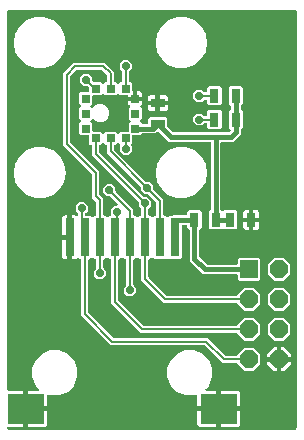
<source format=gbr>
G04 EAGLE Gerber RS-274X export*
G75*
%MOMM*%
%FSLAX34Y34*%
%LPD*%
%INTop Copper*%
%IPPOS*%
%AMOC8*
5,1,8,0,0,1.08239X$1,22.5*%
G01*
%ADD10R,1.200000X0.800000*%
%ADD11R,0.800000X1.200000*%
%ADD12R,0.700000X0.700000*%
%ADD13R,0.800000X3.200000*%
%ADD14R,3.120000X2.540000*%
%ADD15R,1.524000X1.524000*%
%ADD16P,1.649562X8X292.500000*%
%ADD17C,0.406400*%
%ADD18P,0.654629X8X22.500000*%
%ADD19C,0.203200*%

G36*
X246502Y2549D02*
X246502Y2549D01*
X246560Y2547D01*
X246642Y2569D01*
X246726Y2581D01*
X246779Y2604D01*
X246835Y2619D01*
X246908Y2662D01*
X246985Y2697D01*
X247030Y2735D01*
X247080Y2764D01*
X247138Y2826D01*
X247202Y2880D01*
X247234Y2929D01*
X247274Y2972D01*
X247313Y3047D01*
X247360Y3117D01*
X247377Y3173D01*
X247404Y3225D01*
X247415Y3293D01*
X247445Y3388D01*
X247448Y3488D01*
X247459Y3556D01*
X247459Y356444D01*
X247451Y356502D01*
X247453Y356560D01*
X247431Y356642D01*
X247419Y356726D01*
X247396Y356779D01*
X247381Y356835D01*
X247338Y356908D01*
X247303Y356985D01*
X247265Y357030D01*
X247236Y357080D01*
X247174Y357138D01*
X247120Y357202D01*
X247071Y357234D01*
X247028Y357274D01*
X246953Y357313D01*
X246883Y357360D01*
X246827Y357377D01*
X246775Y357404D01*
X246707Y357415D01*
X246612Y357445D01*
X246512Y357448D01*
X246444Y357459D01*
X3556Y357459D01*
X3498Y357451D01*
X3440Y357453D01*
X3358Y357431D01*
X3274Y357419D01*
X3221Y357396D01*
X3165Y357381D01*
X3092Y357338D01*
X3015Y357303D01*
X2970Y357265D01*
X2920Y357236D01*
X2862Y357174D01*
X2798Y357120D01*
X2766Y357071D01*
X2726Y357028D01*
X2687Y356953D01*
X2640Y356883D01*
X2623Y356827D01*
X2596Y356775D01*
X2585Y356707D01*
X2555Y356612D01*
X2552Y356512D01*
X2541Y356444D01*
X2541Y36256D01*
X2549Y36198D01*
X2547Y36140D01*
X2569Y36058D01*
X2581Y35974D01*
X2604Y35921D01*
X2619Y35865D01*
X2662Y35792D01*
X2697Y35715D01*
X2735Y35670D01*
X2764Y35620D01*
X2826Y35562D01*
X2880Y35498D01*
X2929Y35466D01*
X2972Y35426D01*
X3047Y35387D01*
X3117Y35340D01*
X3173Y35323D01*
X3225Y35296D01*
X3293Y35285D01*
X3388Y35255D01*
X3488Y35252D01*
X3556Y35241D01*
X16269Y35241D01*
X16269Y21016D01*
X16277Y20958D01*
X16275Y20900D01*
X16297Y20818D01*
X16309Y20735D01*
X16333Y20681D01*
X16347Y20625D01*
X16390Y20552D01*
X16425Y20475D01*
X16463Y20431D01*
X16493Y20380D01*
X16554Y20323D01*
X16609Y20258D01*
X16657Y20226D01*
X16700Y20186D01*
X16775Y20147D01*
X16845Y20101D01*
X16901Y20083D01*
X16953Y20056D01*
X17021Y20045D01*
X17116Y20015D01*
X17216Y20012D01*
X17284Y20001D01*
X18301Y20001D01*
X18301Y19999D01*
X17284Y19999D01*
X17226Y19991D01*
X17168Y19992D01*
X17086Y19971D01*
X17003Y19959D01*
X16949Y19935D01*
X16893Y19921D01*
X16820Y19878D01*
X16743Y19843D01*
X16698Y19805D01*
X16648Y19775D01*
X16590Y19714D01*
X16526Y19659D01*
X16494Y19611D01*
X16454Y19568D01*
X16415Y19493D01*
X16369Y19423D01*
X16351Y19367D01*
X16324Y19315D01*
X16313Y19247D01*
X16283Y19152D01*
X16280Y19052D01*
X16269Y18984D01*
X16269Y4759D01*
X3556Y4759D01*
X3498Y4751D01*
X3440Y4753D01*
X3358Y4731D01*
X3274Y4719D01*
X3221Y4696D01*
X3165Y4681D01*
X3092Y4638D01*
X3015Y4603D01*
X2970Y4565D01*
X2920Y4536D01*
X2862Y4474D01*
X2798Y4420D01*
X2766Y4371D01*
X2726Y4328D01*
X2687Y4253D01*
X2640Y4183D01*
X2623Y4127D01*
X2596Y4075D01*
X2585Y4007D01*
X2555Y3912D01*
X2552Y3812D01*
X2541Y3744D01*
X2541Y3556D01*
X2549Y3498D01*
X2547Y3440D01*
X2569Y3358D01*
X2581Y3274D01*
X2604Y3221D01*
X2619Y3165D01*
X2662Y3092D01*
X2697Y3015D01*
X2735Y2970D01*
X2764Y2920D01*
X2826Y2862D01*
X2880Y2798D01*
X2929Y2766D01*
X2972Y2726D01*
X3047Y2687D01*
X3117Y2640D01*
X3173Y2623D01*
X3225Y2596D01*
X3293Y2585D01*
X3388Y2555D01*
X3488Y2552D01*
X3556Y2541D01*
X246444Y2541D01*
X246502Y2549D01*
G37*
%LPC*%
G36*
X203302Y52247D02*
X203302Y52247D01*
X197639Y57909D01*
X197641Y57952D01*
X197619Y58034D01*
X197607Y58118D01*
X197584Y58171D01*
X197569Y58227D01*
X197526Y58300D01*
X197491Y58377D01*
X197453Y58422D01*
X197424Y58472D01*
X197362Y58530D01*
X197308Y58594D01*
X197259Y58626D01*
X197216Y58666D01*
X197141Y58705D01*
X197071Y58752D01*
X197015Y58769D01*
X196963Y58796D01*
X196895Y58807D01*
X196800Y58837D01*
X196700Y58840D01*
X196632Y58851D01*
X184837Y58851D01*
X170035Y73654D01*
X169965Y73706D01*
X169901Y73766D01*
X169851Y73792D01*
X169807Y73825D01*
X169726Y73856D01*
X169648Y73896D01*
X169600Y73904D01*
X169542Y73926D01*
X169394Y73938D01*
X169317Y73951D01*
X90054Y73951D01*
X65201Y98804D01*
X65201Y146152D01*
X65193Y146210D01*
X65195Y146268D01*
X65173Y146350D01*
X65161Y146434D01*
X65138Y146487D01*
X65123Y146543D01*
X65080Y146616D01*
X65045Y146693D01*
X65007Y146738D01*
X64978Y146788D01*
X64916Y146846D01*
X64862Y146910D01*
X64813Y146942D01*
X64770Y146982D01*
X64695Y147021D01*
X64625Y147068D01*
X64569Y147085D01*
X64517Y147112D01*
X64449Y147123D01*
X64354Y147153D01*
X64254Y147156D01*
X64186Y147167D01*
X63408Y147167D01*
X62977Y147598D01*
X62930Y147633D01*
X62890Y147676D01*
X62817Y147718D01*
X62750Y147769D01*
X62695Y147790D01*
X62645Y147820D01*
X62563Y147840D01*
X62484Y147870D01*
X62426Y147875D01*
X62369Y147890D01*
X62285Y147887D01*
X62201Y147894D01*
X62144Y147882D01*
X62085Y147881D01*
X62005Y147855D01*
X61922Y147838D01*
X61870Y147811D01*
X61815Y147793D01*
X61758Y147753D01*
X61670Y147707D01*
X61598Y147638D01*
X61541Y147598D01*
X61110Y147167D01*
X60531Y146832D01*
X59884Y146659D01*
X57549Y146659D01*
X57549Y164216D01*
X57541Y164274D01*
X57543Y164332D01*
X57521Y164414D01*
X57509Y164497D01*
X57486Y164551D01*
X57471Y164607D01*
X57428Y164680D01*
X57393Y164757D01*
X57355Y164801D01*
X57326Y164852D01*
X57264Y164909D01*
X57210Y164974D01*
X57161Y165006D01*
X57118Y165046D01*
X57043Y165085D01*
X56973Y165131D01*
X56917Y165149D01*
X56865Y165176D01*
X56797Y165187D01*
X56755Y165200D01*
X56816Y165209D01*
X56869Y165233D01*
X56925Y165247D01*
X56998Y165291D01*
X57075Y165325D01*
X57120Y165363D01*
X57170Y165393D01*
X57228Y165454D01*
X57292Y165509D01*
X57324Y165557D01*
X57364Y165600D01*
X57403Y165675D01*
X57450Y165745D01*
X57467Y165801D01*
X57494Y165853D01*
X57505Y165921D01*
X57535Y166016D01*
X57538Y166116D01*
X57549Y166184D01*
X57549Y183741D01*
X59884Y183741D01*
X60531Y183568D01*
X60928Y183338D01*
X60965Y183323D01*
X60997Y183302D01*
X61096Y183270D01*
X61192Y183232D01*
X61231Y183228D01*
X61268Y183216D01*
X61372Y183213D01*
X61475Y183203D01*
X61513Y183210D01*
X61552Y183209D01*
X61653Y183235D01*
X61755Y183253D01*
X61790Y183271D01*
X61827Y183280D01*
X61916Y183333D01*
X62009Y183379D01*
X62038Y183406D01*
X62072Y183426D01*
X62143Y183501D01*
X62219Y183571D01*
X62240Y183604D01*
X62266Y183633D01*
X62314Y183725D01*
X62368Y183814D01*
X62378Y183851D01*
X62396Y183886D01*
X62409Y183963D01*
X62443Y184088D01*
X62442Y184162D01*
X62451Y184217D01*
X62451Y185477D01*
X62439Y185564D01*
X62436Y185651D01*
X62419Y185704D01*
X62411Y185758D01*
X62376Y185838D01*
X62349Y185921D01*
X62321Y185961D01*
X62295Y186018D01*
X62199Y186131D01*
X62154Y186195D01*
X60443Y187905D01*
X60443Y192095D01*
X63405Y195057D01*
X67595Y195057D01*
X70557Y192095D01*
X70557Y187905D01*
X68846Y186195D01*
X68794Y186125D01*
X68734Y186061D01*
X68708Y186012D01*
X68675Y185968D01*
X68644Y185886D01*
X68604Y185808D01*
X68596Y185760D01*
X68574Y185702D01*
X68562Y185554D01*
X68549Y185477D01*
X68549Y184248D01*
X68556Y184194D01*
X68555Y184154D01*
X68556Y184152D01*
X68555Y184132D01*
X68577Y184050D01*
X68589Y183966D01*
X68612Y183913D01*
X68627Y183857D01*
X68670Y183784D01*
X68705Y183707D01*
X68743Y183662D01*
X68772Y183612D01*
X68834Y183554D01*
X68888Y183490D01*
X68937Y183458D01*
X68980Y183418D01*
X69055Y183379D01*
X69125Y183332D01*
X69181Y183315D01*
X69233Y183288D01*
X69301Y183277D01*
X69396Y183247D01*
X69496Y183244D01*
X69564Y183233D01*
X73092Y183233D01*
X73882Y182443D01*
X73929Y182408D01*
X73969Y182365D01*
X74042Y182322D01*
X74109Y182272D01*
X74164Y182251D01*
X74214Y182221D01*
X74296Y182201D01*
X74375Y182170D01*
X74433Y182166D01*
X74490Y182151D01*
X74574Y182154D01*
X74658Y182147D01*
X74716Y182158D01*
X74774Y182160D01*
X74854Y182186D01*
X74937Y182203D01*
X74989Y182230D01*
X75045Y182248D01*
X75101Y182288D01*
X75189Y182334D01*
X75262Y182402D01*
X75318Y182443D01*
X76108Y183233D01*
X76886Y183233D01*
X76944Y183241D01*
X77002Y183239D01*
X77084Y183261D01*
X77168Y183273D01*
X77221Y183296D01*
X77277Y183311D01*
X77350Y183354D01*
X77427Y183389D01*
X77472Y183427D01*
X77522Y183456D01*
X77580Y183518D01*
X77644Y183572D01*
X77676Y183621D01*
X77716Y183664D01*
X77755Y183739D01*
X77802Y183809D01*
X77819Y183865D01*
X77846Y183917D01*
X77857Y183985D01*
X77887Y184080D01*
X77890Y184180D01*
X77901Y184248D01*
X77901Y194867D01*
X77889Y194953D01*
X77886Y195041D01*
X77869Y195093D01*
X77861Y195148D01*
X77826Y195228D01*
X77799Y195311D01*
X77771Y195350D01*
X77745Y195408D01*
X77649Y195521D01*
X77604Y195585D01*
X74451Y198737D01*
X74451Y217817D01*
X74444Y217868D01*
X74445Y217890D01*
X74439Y217913D01*
X74436Y217991D01*
X74419Y218043D01*
X74411Y218098D01*
X74376Y218178D01*
X74349Y218261D01*
X74321Y218300D01*
X74295Y218358D01*
X74199Y218471D01*
X74154Y218535D01*
X49951Y242737D01*
X49951Y304263D01*
X58737Y313049D01*
X85263Y313049D01*
X93049Y305263D01*
X93049Y297548D01*
X93057Y297490D01*
X93055Y297432D01*
X93077Y297350D01*
X93089Y297266D01*
X93112Y297213D01*
X93127Y297157D01*
X93170Y297084D01*
X93205Y297007D01*
X93243Y296962D01*
X93272Y296912D01*
X93334Y296854D01*
X93388Y296790D01*
X93437Y296758D01*
X93480Y296718D01*
X93555Y296679D01*
X93625Y296632D01*
X93681Y296615D01*
X93733Y296588D01*
X93801Y296577D01*
X93896Y296547D01*
X93996Y296544D01*
X94064Y296533D01*
X94342Y296533D01*
X95632Y295243D01*
X95679Y295207D01*
X95719Y295165D01*
X95792Y295122D01*
X95859Y295072D01*
X95914Y295051D01*
X95964Y295021D01*
X96046Y295001D01*
X96125Y294970D01*
X96183Y294966D01*
X96240Y294951D01*
X96324Y294954D01*
X96408Y294947D01*
X96466Y294958D01*
X96524Y294960D01*
X96604Y294986D01*
X96687Y295003D01*
X96739Y295030D01*
X96795Y295048D01*
X96851Y295088D01*
X96939Y295134D01*
X97012Y295203D01*
X97068Y295243D01*
X98358Y296533D01*
X98636Y296533D01*
X98694Y296541D01*
X98752Y296539D01*
X98834Y296561D01*
X98918Y296573D01*
X98971Y296596D01*
X99027Y296611D01*
X99100Y296654D01*
X99177Y296689D01*
X99222Y296727D01*
X99272Y296756D01*
X99330Y296818D01*
X99394Y296872D01*
X99426Y296921D01*
X99466Y296964D01*
X99505Y297039D01*
X99552Y297109D01*
X99569Y297165D01*
X99596Y297217D01*
X99607Y297285D01*
X99637Y297380D01*
X99640Y297480D01*
X99651Y297548D01*
X99651Y305477D01*
X99639Y305564D01*
X99636Y305651D01*
X99619Y305704D01*
X99611Y305758D01*
X99576Y305838D01*
X99549Y305921D01*
X99521Y305961D01*
X99495Y306018D01*
X99399Y306131D01*
X99354Y306195D01*
X97643Y307905D01*
X97643Y312095D01*
X100605Y315057D01*
X104795Y315057D01*
X107757Y312095D01*
X107757Y307905D01*
X106046Y306195D01*
X105994Y306125D01*
X105934Y306061D01*
X105908Y306012D01*
X105875Y305968D01*
X105844Y305886D01*
X105804Y305808D01*
X105796Y305760D01*
X105774Y305702D01*
X105762Y305554D01*
X105749Y305477D01*
X105749Y297548D01*
X105757Y297490D01*
X105755Y297432D01*
X105777Y297350D01*
X105789Y297266D01*
X105812Y297213D01*
X105827Y297157D01*
X105870Y297084D01*
X105905Y297007D01*
X105943Y296962D01*
X105972Y296912D01*
X106034Y296854D01*
X106088Y296790D01*
X106137Y296758D01*
X106180Y296718D01*
X106255Y296679D01*
X106325Y296632D01*
X106381Y296615D01*
X106433Y296588D01*
X106501Y296577D01*
X106596Y296547D01*
X106696Y296544D01*
X106764Y296533D01*
X107042Y296533D01*
X108233Y295342D01*
X108233Y289756D01*
X108241Y289698D01*
X108239Y289640D01*
X108261Y289558D01*
X108273Y289474D01*
X108296Y289421D01*
X108311Y289365D01*
X108354Y289292D01*
X108389Y289215D01*
X108427Y289170D01*
X108456Y289120D01*
X108518Y289062D01*
X108572Y288998D01*
X108621Y288966D01*
X108664Y288926D01*
X108739Y288887D01*
X108809Y288840D01*
X108865Y288823D01*
X108917Y288796D01*
X108985Y288785D01*
X109080Y288755D01*
X109180Y288752D01*
X109248Y288741D01*
X109251Y288741D01*
X109251Y284449D01*
X104959Y284449D01*
X104959Y284452D01*
X104951Y284510D01*
X104953Y284568D01*
X104931Y284650D01*
X104919Y284733D01*
X104895Y284787D01*
X104881Y284843D01*
X104838Y284916D01*
X104803Y284993D01*
X104765Y285038D01*
X104736Y285088D01*
X104674Y285146D01*
X104620Y285210D01*
X104571Y285242D01*
X104528Y285282D01*
X104453Y285321D01*
X104383Y285367D01*
X104327Y285385D01*
X104275Y285412D01*
X104207Y285423D01*
X104112Y285453D01*
X104012Y285456D01*
X103944Y285467D01*
X98358Y285467D01*
X97068Y286757D01*
X97021Y286792D01*
X96981Y286835D01*
X96908Y286878D01*
X96841Y286928D01*
X96786Y286949D01*
X96736Y286979D01*
X96654Y286999D01*
X96575Y287030D01*
X96517Y287034D01*
X96460Y287049D01*
X96376Y287046D01*
X96292Y287053D01*
X96234Y287042D01*
X96176Y287040D01*
X96096Y287014D01*
X96013Y286997D01*
X95961Y286970D01*
X95905Y286952D01*
X95849Y286912D01*
X95761Y286866D01*
X95688Y286798D01*
X95632Y286757D01*
X94342Y285467D01*
X85658Y285467D01*
X84368Y286757D01*
X84321Y286792D01*
X84281Y286835D01*
X84208Y286878D01*
X84141Y286928D01*
X84086Y286949D01*
X84036Y286979D01*
X83954Y286999D01*
X83875Y287030D01*
X83817Y287034D01*
X83760Y287049D01*
X83676Y287046D01*
X83592Y287053D01*
X83534Y287042D01*
X83476Y287040D01*
X83396Y287014D01*
X83313Y286997D01*
X83261Y286970D01*
X83205Y286952D01*
X83149Y286912D01*
X83061Y286866D01*
X82988Y286798D01*
X82932Y286757D01*
X81642Y285467D01*
X75548Y285467D01*
X75490Y285459D01*
X75432Y285461D01*
X75350Y285439D01*
X75266Y285427D01*
X75213Y285404D01*
X75157Y285389D01*
X75084Y285346D01*
X75007Y285311D01*
X74962Y285273D01*
X74912Y285244D01*
X74854Y285182D01*
X74790Y285128D01*
X74758Y285079D01*
X74718Y285036D01*
X74679Y284961D01*
X74632Y284891D01*
X74615Y284835D01*
X74588Y284783D01*
X74577Y284715D01*
X74547Y284620D01*
X74544Y284520D01*
X74533Y284452D01*
X74533Y278358D01*
X73243Y277068D01*
X73208Y277021D01*
X73165Y276981D01*
X73122Y276908D01*
X73072Y276841D01*
X73051Y276786D01*
X73021Y276736D01*
X73001Y276654D01*
X72970Y276575D01*
X72966Y276517D01*
X72951Y276460D01*
X72954Y276376D01*
X72947Y276292D01*
X72958Y276234D01*
X72960Y276176D01*
X72986Y276095D01*
X73003Y276013D01*
X73030Y275961D01*
X73048Y275905D01*
X73088Y275849D01*
X73134Y275761D01*
X73202Y275688D01*
X73243Y275632D01*
X73837Y275037D01*
X73884Y275002D01*
X73924Y274960D01*
X73997Y274917D01*
X74065Y274866D01*
X74119Y274846D01*
X74170Y274816D01*
X74251Y274795D01*
X74330Y274765D01*
X74389Y274760D01*
X74445Y274746D01*
X74529Y274749D01*
X74614Y274742D01*
X74671Y274753D01*
X74729Y274755D01*
X74810Y274781D01*
X74892Y274798D01*
X74944Y274825D01*
X75000Y274842D01*
X75056Y274883D01*
X75145Y274929D01*
X75217Y274997D01*
X75273Y275037D01*
X77129Y276893D01*
X79900Y278041D01*
X82900Y278041D01*
X85672Y276893D01*
X87793Y274772D01*
X88941Y272000D01*
X88941Y269000D01*
X87793Y266228D01*
X85672Y264107D01*
X82900Y262959D01*
X79900Y262959D01*
X77129Y264107D01*
X75773Y265463D01*
X75726Y265498D01*
X75686Y265540D01*
X75613Y265583D01*
X75546Y265634D01*
X75491Y265654D01*
X75441Y265684D01*
X75359Y265705D01*
X75280Y265735D01*
X75222Y265740D01*
X75165Y265754D01*
X75081Y265751D01*
X74997Y265758D01*
X74940Y265747D01*
X74881Y265745D01*
X74801Y265719D01*
X74718Y265702D01*
X74666Y265675D01*
X74611Y265658D01*
X74555Y265618D01*
X74466Y265571D01*
X74393Y265503D01*
X74337Y265463D01*
X73243Y264368D01*
X73208Y264321D01*
X73165Y264281D01*
X73122Y264208D01*
X73072Y264141D01*
X73051Y264086D01*
X73021Y264036D01*
X73001Y263954D01*
X72970Y263875D01*
X72966Y263817D01*
X72951Y263760D01*
X72954Y263676D01*
X72947Y263592D01*
X72958Y263534D01*
X72960Y263476D01*
X72986Y263396D01*
X73003Y263313D01*
X73030Y263261D01*
X73048Y263205D01*
X73088Y263149D01*
X73134Y263061D01*
X73202Y262988D01*
X73243Y262932D01*
X74533Y261642D01*
X74533Y255548D01*
X74541Y255490D01*
X74539Y255432D01*
X74561Y255350D01*
X74573Y255266D01*
X74596Y255213D01*
X74611Y255157D01*
X74654Y255084D01*
X74689Y255007D01*
X74727Y254962D01*
X74756Y254912D01*
X74818Y254854D01*
X74872Y254790D01*
X74921Y254758D01*
X74964Y254718D01*
X75039Y254679D01*
X75109Y254632D01*
X75165Y254615D01*
X75217Y254588D01*
X75285Y254577D01*
X75380Y254547D01*
X75480Y254544D01*
X75548Y254533D01*
X81642Y254533D01*
X82932Y253243D01*
X82979Y253208D01*
X83019Y253165D01*
X83092Y253122D01*
X83159Y253072D01*
X83214Y253051D01*
X83264Y253021D01*
X83346Y253001D01*
X83425Y252970D01*
X83483Y252966D01*
X83540Y252951D01*
X83624Y252954D01*
X83708Y252947D01*
X83766Y252958D01*
X83824Y252960D01*
X83904Y252986D01*
X83987Y253003D01*
X84039Y253030D01*
X84095Y253048D01*
X84151Y253088D01*
X84239Y253134D01*
X84312Y253202D01*
X84368Y253243D01*
X85658Y254533D01*
X94342Y254533D01*
X95632Y253243D01*
X95679Y253208D01*
X95719Y253165D01*
X95792Y253122D01*
X95859Y253072D01*
X95914Y253051D01*
X95964Y253021D01*
X96046Y253001D01*
X96125Y252970D01*
X96183Y252966D01*
X96240Y252951D01*
X96324Y252954D01*
X96408Y252947D01*
X96466Y252958D01*
X96524Y252960D01*
X96604Y252986D01*
X96687Y253003D01*
X96739Y253030D01*
X96795Y253048D01*
X96851Y253088D01*
X96939Y253134D01*
X97012Y253202D01*
X97068Y253243D01*
X98358Y254533D01*
X104452Y254533D01*
X104510Y254541D01*
X104568Y254539D01*
X104650Y254561D01*
X104734Y254573D01*
X104787Y254596D01*
X104843Y254611D01*
X104916Y254654D01*
X104993Y254689D01*
X105038Y254727D01*
X105088Y254756D01*
X105146Y254818D01*
X105210Y254872D01*
X105242Y254921D01*
X105282Y254964D01*
X105321Y255039D01*
X105368Y255109D01*
X105385Y255165D01*
X105412Y255217D01*
X105423Y255285D01*
X105453Y255380D01*
X105456Y255480D01*
X105467Y255548D01*
X105467Y261642D01*
X106757Y262932D01*
X106793Y262979D01*
X106835Y263019D01*
X106878Y263092D01*
X106928Y263159D01*
X106949Y263214D01*
X106979Y263264D01*
X106999Y263346D01*
X107030Y263425D01*
X107034Y263483D01*
X107049Y263540D01*
X107046Y263624D01*
X107053Y263708D01*
X107042Y263766D01*
X107040Y263824D01*
X107014Y263904D01*
X106997Y263987D01*
X106970Y264039D01*
X106952Y264095D01*
X106912Y264151D01*
X106866Y264239D01*
X106797Y264312D01*
X106757Y264368D01*
X105467Y265658D01*
X105467Y274342D01*
X106496Y275370D01*
X106525Y275409D01*
X106561Y275442D01*
X106610Y275523D01*
X106667Y275598D01*
X106684Y275643D01*
X106709Y275685D01*
X106734Y275775D01*
X106768Y275863D01*
X106772Y275912D01*
X106785Y275959D01*
X106784Y276053D01*
X106791Y276147D01*
X106782Y276194D01*
X106781Y276243D01*
X106754Y276333D01*
X106735Y276425D01*
X106713Y276469D01*
X106699Y276515D01*
X106648Y276594D01*
X106604Y276678D01*
X106571Y276713D01*
X106544Y276754D01*
X106487Y276801D01*
X106409Y276884D01*
X106334Y276928D01*
X106285Y276968D01*
X105940Y277167D01*
X105467Y277640D01*
X105132Y278219D01*
X104959Y278866D01*
X104959Y280951D01*
X110266Y280951D01*
X110324Y280959D01*
X110382Y280957D01*
X110464Y280979D01*
X110547Y280991D01*
X110601Y281014D01*
X110657Y281029D01*
X110730Y281072D01*
X110807Y281107D01*
X110851Y281145D01*
X110902Y281174D01*
X110959Y281236D01*
X111003Y281273D01*
X111004Y281272D01*
X111059Y281208D01*
X111107Y281176D01*
X111150Y281136D01*
X111225Y281097D01*
X111295Y281050D01*
X111351Y281033D01*
X111403Y281006D01*
X111471Y280995D01*
X111566Y280965D01*
X111666Y280962D01*
X111734Y280951D01*
X117041Y280951D01*
X117041Y278866D01*
X116868Y278219D01*
X116533Y277640D01*
X116060Y277167D01*
X115715Y276968D01*
X115676Y276937D01*
X115633Y276915D01*
X115565Y276850D01*
X115491Y276792D01*
X115462Y276753D01*
X115427Y276719D01*
X115379Y276638D01*
X115324Y276562D01*
X115308Y276516D01*
X115283Y276474D01*
X115260Y276383D01*
X115228Y276294D01*
X115225Y276246D01*
X115213Y276198D01*
X115216Y276105D01*
X115210Y276011D01*
X115220Y275963D01*
X115222Y275914D01*
X115251Y275825D01*
X115271Y275733D01*
X115294Y275690D01*
X115309Y275644D01*
X115353Y275583D01*
X115407Y275483D01*
X115468Y275421D01*
X115504Y275370D01*
X116533Y274342D01*
X116533Y265658D01*
X115243Y264368D01*
X115208Y264321D01*
X115165Y264281D01*
X115122Y264208D01*
X115072Y264141D01*
X115051Y264086D01*
X115021Y264036D01*
X115001Y263954D01*
X114970Y263875D01*
X114966Y263817D01*
X114951Y263760D01*
X114954Y263676D01*
X114947Y263592D01*
X114958Y263534D01*
X114960Y263476D01*
X114986Y263396D01*
X115003Y263313D01*
X115030Y263261D01*
X115048Y263205D01*
X115088Y263149D01*
X115134Y263061D01*
X115203Y262988D01*
X115243Y262932D01*
X116513Y261662D01*
X116582Y261610D01*
X116646Y261550D01*
X116696Y261524D01*
X116740Y261491D01*
X116821Y261460D01*
X116899Y261420D01*
X116947Y261412D01*
X117005Y261390D01*
X117153Y261378D01*
X117230Y261365D01*
X120952Y261365D01*
X121010Y261373D01*
X121068Y261371D01*
X121150Y261393D01*
X121234Y261405D01*
X121287Y261428D01*
X121343Y261443D01*
X121416Y261486D01*
X121493Y261521D01*
X121538Y261559D01*
X121588Y261588D01*
X121646Y261650D01*
X121710Y261704D01*
X121742Y261753D01*
X121782Y261796D01*
X121821Y261871D01*
X121868Y261941D01*
X121885Y261997D01*
X121912Y262049D01*
X121923Y262117D01*
X121953Y262212D01*
X121956Y262312D01*
X121967Y262380D01*
X121967Y265842D01*
X123158Y267033D01*
X136842Y267033D01*
X138033Y265842D01*
X138033Y259136D01*
X138045Y259050D01*
X138048Y258962D01*
X138065Y258910D01*
X138073Y258855D01*
X138108Y258775D01*
X138135Y258692D01*
X138163Y258652D01*
X138189Y258595D01*
X138285Y258482D01*
X138330Y258418D01*
X142386Y254362D01*
X142456Y254310D01*
X142520Y254250D01*
X142569Y254224D01*
X142614Y254191D01*
X142695Y254160D01*
X142773Y254120D01*
X142821Y254112D01*
X142879Y254090D01*
X143027Y254078D01*
X143104Y254065D01*
X189773Y254065D01*
X189859Y254077D01*
X189947Y254080D01*
X189999Y254097D01*
X190054Y254105D01*
X190134Y254140D01*
X190217Y254167D01*
X190257Y254195D01*
X190314Y254221D01*
X190427Y254317D01*
X190491Y254362D01*
X191409Y255280D01*
X191444Y255327D01*
X191487Y255368D01*
X191529Y255440D01*
X191580Y255508D01*
X191601Y255562D01*
X191630Y255613D01*
X191651Y255694D01*
X191681Y255773D01*
X191686Y255832D01*
X191700Y255888D01*
X191698Y255973D01*
X191705Y256057D01*
X191693Y256114D01*
X191691Y256172D01*
X191665Y256253D01*
X191649Y256335D01*
X191622Y256387D01*
X191604Y256443D01*
X191564Y256499D01*
X191518Y256588D01*
X191449Y256660D01*
X191409Y256716D01*
X189967Y258158D01*
X189967Y271842D01*
X191197Y273072D01*
X191202Y273073D01*
X191255Y273096D01*
X191311Y273111D01*
X191384Y273154D01*
X191461Y273189D01*
X191506Y273227D01*
X191556Y273256D01*
X191614Y273318D01*
X191678Y273372D01*
X191710Y273421D01*
X191750Y273464D01*
X191789Y273539D01*
X191836Y273609D01*
X191853Y273665D01*
X191880Y273717D01*
X191891Y273785D01*
X191921Y273880D01*
X191924Y273980D01*
X191935Y274048D01*
X191935Y275952D01*
X191927Y276010D01*
X191929Y276068D01*
X191907Y276150D01*
X191895Y276234D01*
X191872Y276287D01*
X191857Y276343D01*
X191814Y276416D01*
X191779Y276493D01*
X191741Y276538D01*
X191712Y276588D01*
X191650Y276646D01*
X191596Y276710D01*
X191547Y276742D01*
X191504Y276782D01*
X191429Y276821D01*
X191359Y276868D01*
X191303Y276885D01*
X191251Y276912D01*
X191206Y276919D01*
X189967Y278158D01*
X189967Y291842D01*
X191158Y293033D01*
X200842Y293033D01*
X202033Y291842D01*
X202033Y278158D01*
X200803Y276928D01*
X200798Y276927D01*
X200745Y276904D01*
X200689Y276889D01*
X200616Y276846D01*
X200539Y276811D01*
X200494Y276773D01*
X200444Y276744D01*
X200386Y276682D01*
X200322Y276628D01*
X200290Y276579D01*
X200250Y276536D01*
X200211Y276461D01*
X200164Y276391D01*
X200147Y276335D01*
X200120Y276283D01*
X200109Y276215D01*
X200079Y276120D01*
X200076Y276020D01*
X200065Y275952D01*
X200065Y274048D01*
X200073Y273990D01*
X200071Y273932D01*
X200093Y273850D01*
X200105Y273766D01*
X200128Y273713D01*
X200143Y273657D01*
X200186Y273584D01*
X200221Y273507D01*
X200259Y273462D01*
X200288Y273412D01*
X200350Y273354D01*
X200404Y273290D01*
X200453Y273258D01*
X200496Y273218D01*
X200571Y273179D01*
X200641Y273132D01*
X200697Y273115D01*
X200749Y273088D01*
X200794Y273081D01*
X202033Y271842D01*
X202033Y258158D01*
X200803Y256928D01*
X200798Y256927D01*
X200745Y256904D01*
X200689Y256889D01*
X200616Y256846D01*
X200539Y256811D01*
X200494Y256773D01*
X200444Y256744D01*
X200386Y256682D01*
X200322Y256628D01*
X200290Y256579D01*
X200250Y256536D01*
X200211Y256461D01*
X200164Y256391D01*
X200147Y256335D01*
X200120Y256283D01*
X200109Y256215D01*
X200079Y256120D01*
X200076Y256020D01*
X200065Y255952D01*
X200065Y252439D01*
X193561Y245935D01*
X184080Y245935D01*
X184022Y245927D01*
X183964Y245929D01*
X183882Y245907D01*
X183798Y245895D01*
X183745Y245872D01*
X183689Y245857D01*
X183616Y245814D01*
X183539Y245779D01*
X183494Y245741D01*
X183444Y245712D01*
X183386Y245650D01*
X183322Y245596D01*
X183290Y245547D01*
X183250Y245504D01*
X183211Y245429D01*
X183164Y245359D01*
X183147Y245303D01*
X183120Y245251D01*
X183109Y245183D01*
X183079Y245088D01*
X183076Y244988D01*
X183065Y244920D01*
X183065Y189048D01*
X183073Y188990D01*
X183071Y188932D01*
X183093Y188850D01*
X183105Y188766D01*
X183128Y188713D01*
X183143Y188657D01*
X183186Y188584D01*
X183221Y188507D01*
X183259Y188462D01*
X183288Y188412D01*
X183350Y188354D01*
X183404Y188290D01*
X183453Y188258D01*
X183496Y188218D01*
X183571Y188179D01*
X183641Y188132D01*
X183697Y188115D01*
X183749Y188088D01*
X183794Y188081D01*
X184282Y187593D01*
X184329Y187558D01*
X184369Y187515D01*
X184442Y187472D01*
X184509Y187422D01*
X184564Y187401D01*
X184614Y187371D01*
X184696Y187350D01*
X184775Y187320D01*
X184833Y187316D01*
X184890Y187301D01*
X184974Y187304D01*
X185058Y187297D01*
X185116Y187308D01*
X185174Y187310D01*
X185254Y187336D01*
X185337Y187353D01*
X185389Y187380D01*
X185445Y187398D01*
X185501Y187438D01*
X185589Y187484D01*
X185662Y187552D01*
X185718Y187593D01*
X186158Y188033D01*
X195842Y188033D01*
X197033Y186842D01*
X197033Y173158D01*
X195842Y171967D01*
X186158Y171967D01*
X185718Y172407D01*
X185671Y172443D01*
X185631Y172485D01*
X185558Y172528D01*
X185491Y172578D01*
X185436Y172599D01*
X185386Y172629D01*
X185304Y172649D01*
X185225Y172680D01*
X185167Y172684D01*
X185110Y172699D01*
X185026Y172696D01*
X184942Y172703D01*
X184884Y172692D01*
X184826Y172690D01*
X184746Y172664D01*
X184663Y172647D01*
X184611Y172620D01*
X184555Y172602D01*
X184499Y172562D01*
X184411Y172516D01*
X184338Y172447D01*
X184282Y172407D01*
X183842Y171967D01*
X174158Y171967D01*
X172967Y173158D01*
X172967Y186842D01*
X174197Y188072D01*
X174202Y188073D01*
X174255Y188096D01*
X174311Y188111D01*
X174384Y188154D01*
X174461Y188189D01*
X174506Y188227D01*
X174556Y188256D01*
X174614Y188318D01*
X174678Y188372D01*
X174710Y188421D01*
X174750Y188464D01*
X174789Y188539D01*
X174836Y188609D01*
X174853Y188665D01*
X174880Y188717D01*
X174891Y188785D01*
X174921Y188880D01*
X174924Y188980D01*
X174935Y189048D01*
X174935Y244920D01*
X174927Y244978D01*
X174929Y245036D01*
X174907Y245118D01*
X174895Y245202D01*
X174872Y245255D01*
X174857Y245311D01*
X174814Y245384D01*
X174779Y245461D01*
X174741Y245506D01*
X174712Y245556D01*
X174650Y245614D01*
X174596Y245678D01*
X174547Y245710D01*
X174504Y245750D01*
X174429Y245789D01*
X174359Y245836D01*
X174303Y245853D01*
X174251Y245880D01*
X174183Y245891D01*
X174088Y245921D01*
X173988Y245924D01*
X173920Y245935D01*
X139316Y245935D01*
X130718Y254534D01*
X130671Y254569D01*
X130631Y254611D01*
X130558Y254654D01*
X130491Y254705D01*
X130436Y254725D01*
X130386Y254755D01*
X130304Y254776D01*
X130225Y254806D01*
X130167Y254811D01*
X130110Y254825D01*
X130026Y254822D01*
X129942Y254829D01*
X129884Y254818D01*
X129826Y254816D01*
X129746Y254790D01*
X129663Y254774D01*
X129611Y254747D01*
X129555Y254729D01*
X129499Y254688D01*
X129411Y254643D01*
X129338Y254574D01*
X129282Y254534D01*
X127984Y253235D01*
X117230Y253235D01*
X117144Y253223D01*
X117056Y253220D01*
X117004Y253203D01*
X116949Y253195D01*
X116869Y253160D01*
X116786Y253133D01*
X116747Y253105D01*
X116690Y253079D01*
X116576Y252983D01*
X116513Y252938D01*
X115342Y251767D01*
X109248Y251767D01*
X109190Y251759D01*
X109132Y251761D01*
X109050Y251739D01*
X108966Y251727D01*
X108913Y251704D01*
X108857Y251689D01*
X108784Y251646D01*
X108707Y251611D01*
X108662Y251573D01*
X108612Y251544D01*
X108554Y251482D01*
X108490Y251428D01*
X108458Y251379D01*
X108418Y251336D01*
X108379Y251261D01*
X108332Y251191D01*
X108315Y251135D01*
X108288Y251083D01*
X108277Y251015D01*
X108247Y250920D01*
X108244Y250820D01*
X108233Y250752D01*
X108233Y244658D01*
X107531Y243956D01*
X107496Y243910D01*
X107453Y243869D01*
X107411Y243796D01*
X107360Y243729D01*
X107339Y243674D01*
X107310Y243624D01*
X107289Y243542D01*
X107259Y243463D01*
X107254Y243405D01*
X107240Y243348D01*
X107242Y243264D01*
X107235Y243180D01*
X107247Y243123D01*
X107249Y243064D01*
X107274Y242984D01*
X107291Y242901D01*
X107318Y242849D01*
X107336Y242794D01*
X107376Y242738D01*
X107422Y242649D01*
X107491Y242577D01*
X107531Y242520D01*
X107757Y242295D01*
X107757Y238105D01*
X104795Y235143D01*
X100605Y235143D01*
X97643Y238105D01*
X97643Y242295D01*
X97869Y242520D01*
X97904Y242567D01*
X97947Y242607D01*
X97989Y242680D01*
X98040Y242748D01*
X98061Y242802D01*
X98090Y242853D01*
X98111Y242934D01*
X98141Y243013D01*
X98146Y243072D01*
X98160Y243128D01*
X98158Y243213D01*
X98165Y243297D01*
X98153Y243354D01*
X98151Y243412D01*
X98126Y243493D01*
X98109Y243575D01*
X98082Y243627D01*
X98064Y243683D01*
X98024Y243739D01*
X97978Y243828D01*
X97909Y243900D01*
X97869Y243956D01*
X97068Y244757D01*
X97021Y244792D01*
X96981Y244835D01*
X96908Y244878D01*
X96841Y244928D01*
X96786Y244949D01*
X96736Y244979D01*
X96654Y244999D01*
X96575Y245030D01*
X96517Y245034D01*
X96460Y245049D01*
X96376Y245046D01*
X96292Y245053D01*
X96234Y245042D01*
X96176Y245040D01*
X96096Y245014D01*
X96013Y244997D01*
X95961Y244970D01*
X95905Y244952D01*
X95849Y244912D01*
X95761Y244866D01*
X95688Y244797D01*
X95632Y244757D01*
X94342Y243467D01*
X94064Y243467D01*
X94006Y243459D01*
X93948Y243461D01*
X93866Y243439D01*
X93782Y243427D01*
X93729Y243404D01*
X93673Y243389D01*
X93600Y243346D01*
X93523Y243311D01*
X93478Y243273D01*
X93428Y243244D01*
X93370Y243182D01*
X93306Y243128D01*
X93274Y243079D01*
X93234Y243036D01*
X93195Y242961D01*
X93148Y242891D01*
X93131Y242835D01*
X93104Y242783D01*
X93093Y242715D01*
X93063Y242620D01*
X93060Y242520D01*
X93049Y242452D01*
X93049Y239683D01*
X93061Y239597D01*
X93064Y239509D01*
X93081Y239457D01*
X93089Y239402D01*
X93124Y239322D01*
X93151Y239239D01*
X93179Y239200D01*
X93205Y239142D01*
X93301Y239029D01*
X93346Y238965D01*
X119957Y212354D01*
X120027Y212302D01*
X120091Y212242D01*
X120141Y212216D01*
X120185Y212183D01*
X120266Y212152D01*
X120344Y212112D01*
X120392Y212104D01*
X120450Y212082D01*
X120598Y212070D01*
X120675Y212057D01*
X123095Y212057D01*
X126057Y209095D01*
X126057Y206675D01*
X126069Y206589D01*
X126072Y206501D01*
X126089Y206449D01*
X126097Y206394D01*
X126132Y206314D01*
X126159Y206231D01*
X126187Y206192D01*
X126213Y206134D01*
X126309Y206021D01*
X126354Y205957D01*
X134799Y197513D01*
X134799Y184248D01*
X134806Y184194D01*
X134805Y184154D01*
X134806Y184152D01*
X134805Y184132D01*
X134827Y184050D01*
X134839Y183966D01*
X134862Y183913D01*
X134877Y183857D01*
X134920Y183784D01*
X134955Y183707D01*
X134993Y183662D01*
X135022Y183612D01*
X135084Y183554D01*
X135138Y183490D01*
X135187Y183458D01*
X135230Y183418D01*
X135305Y183379D01*
X135375Y183332D01*
X135431Y183315D01*
X135483Y183288D01*
X135551Y183277D01*
X135646Y183247D01*
X135746Y183244D01*
X135814Y183233D01*
X136592Y183233D01*
X137382Y182443D01*
X137429Y182408D01*
X137469Y182365D01*
X137542Y182322D01*
X137609Y182272D01*
X137664Y182251D01*
X137714Y182221D01*
X137796Y182201D01*
X137875Y182170D01*
X137933Y182166D01*
X137990Y182151D01*
X138074Y182154D01*
X138158Y182147D01*
X138216Y182158D01*
X138274Y182160D01*
X138354Y182186D01*
X138437Y182203D01*
X138489Y182230D01*
X138545Y182248D01*
X138601Y182288D01*
X138689Y182334D01*
X138762Y182402D01*
X138818Y182443D01*
X139608Y183233D01*
X141514Y183233D01*
X141600Y183245D01*
X141688Y183248D01*
X141740Y183265D01*
X141795Y183273D01*
X141875Y183308D01*
X141958Y183335D01*
X141998Y183363D01*
X142055Y183389D01*
X142168Y183485D01*
X142232Y183530D01*
X142766Y184065D01*
X153952Y184065D01*
X154010Y184073D01*
X154068Y184071D01*
X154150Y184093D01*
X154234Y184105D01*
X154287Y184128D01*
X154343Y184143D01*
X154416Y184186D01*
X154493Y184221D01*
X154538Y184259D01*
X154588Y184288D01*
X154646Y184350D01*
X154710Y184404D01*
X154742Y184453D01*
X154782Y184496D01*
X154821Y184571D01*
X154868Y184641D01*
X154885Y184697D01*
X154912Y184749D01*
X154923Y184817D01*
X154953Y184912D01*
X154956Y185012D01*
X154967Y185080D01*
X154967Y186842D01*
X156158Y188033D01*
X165842Y188033D01*
X167033Y186842D01*
X167033Y173158D01*
X165803Y171928D01*
X165798Y171927D01*
X165745Y171904D01*
X165689Y171889D01*
X165616Y171846D01*
X165539Y171811D01*
X165494Y171773D01*
X165444Y171744D01*
X165386Y171682D01*
X165322Y171628D01*
X165290Y171579D01*
X165250Y171536D01*
X165211Y171461D01*
X165164Y171391D01*
X165147Y171335D01*
X165120Y171283D01*
X165109Y171215D01*
X165079Y171120D01*
X165076Y171020D01*
X165065Y170952D01*
X165065Y149403D01*
X165077Y149316D01*
X165080Y149229D01*
X165097Y149176D01*
X165105Y149121D01*
X165140Y149041D01*
X165167Y148958D01*
X165195Y148919D01*
X165221Y148862D01*
X165317Y148748D01*
X165362Y148685D01*
X171585Y142462D01*
X171654Y142410D01*
X171718Y142350D01*
X171768Y142324D01*
X171812Y142291D01*
X171894Y142260D01*
X171971Y142220D01*
X172019Y142212D01*
X172078Y142190D01*
X172225Y142178D01*
X172303Y142165D01*
X196632Y142165D01*
X196690Y142173D01*
X196748Y142171D01*
X196830Y142193D01*
X196914Y142205D01*
X196967Y142228D01*
X197023Y142243D01*
X197096Y142286D01*
X197173Y142321D01*
X197218Y142359D01*
X197268Y142388D01*
X197326Y142450D01*
X197390Y142504D01*
X197422Y142553D01*
X197462Y142596D01*
X197501Y142671D01*
X197548Y142741D01*
X197565Y142797D01*
X197592Y142849D01*
X197603Y142917D01*
X197633Y143012D01*
X197636Y143112D01*
X197647Y143180D01*
X197647Y146562D01*
X198838Y147753D01*
X215762Y147753D01*
X216953Y146562D01*
X216953Y129638D01*
X215762Y128447D01*
X198838Y128447D01*
X197647Y129638D01*
X197647Y133020D01*
X197639Y133078D01*
X197641Y133136D01*
X197619Y133218D01*
X197607Y133302D01*
X197584Y133355D01*
X197569Y133411D01*
X197526Y133484D01*
X197491Y133561D01*
X197453Y133606D01*
X197424Y133656D01*
X197362Y133714D01*
X197308Y133778D01*
X197259Y133810D01*
X197216Y133850D01*
X197141Y133889D01*
X197071Y133936D01*
X197015Y133953D01*
X196963Y133980D01*
X196895Y133991D01*
X196800Y134021D01*
X196700Y134024D01*
X196632Y134035D01*
X168515Y134035D01*
X156935Y145615D01*
X156935Y170952D01*
X156927Y171010D01*
X156929Y171068D01*
X156907Y171150D01*
X156895Y171234D01*
X156872Y171287D01*
X156857Y171343D01*
X156814Y171416D01*
X156779Y171493D01*
X156741Y171538D01*
X156712Y171588D01*
X156650Y171646D01*
X156596Y171710D01*
X156547Y171742D01*
X156504Y171782D01*
X156429Y171821D01*
X156359Y171868D01*
X156303Y171885D01*
X156251Y171912D01*
X156206Y171919D01*
X154967Y173158D01*
X154967Y174920D01*
X154959Y174978D01*
X154961Y175036D01*
X154939Y175118D01*
X154927Y175202D01*
X154904Y175255D01*
X154889Y175311D01*
X154846Y175384D01*
X154811Y175461D01*
X154773Y175506D01*
X154744Y175556D01*
X154682Y175614D01*
X154628Y175678D01*
X154579Y175710D01*
X154536Y175750D01*
X154461Y175789D01*
X154391Y175836D01*
X154335Y175853D01*
X154283Y175880D01*
X154215Y175891D01*
X154120Y175921D01*
X154020Y175924D01*
X153952Y175935D01*
X151498Y175935D01*
X151440Y175927D01*
X151382Y175929D01*
X151300Y175907D01*
X151216Y175895D01*
X151163Y175872D01*
X151107Y175857D01*
X151034Y175814D01*
X150957Y175779D01*
X150912Y175741D01*
X150862Y175712D01*
X150804Y175650D01*
X150740Y175596D01*
X150708Y175547D01*
X150668Y175504D01*
X150629Y175429D01*
X150582Y175359D01*
X150565Y175303D01*
X150538Y175251D01*
X150527Y175183D01*
X150497Y175088D01*
X150494Y174988D01*
X150483Y174920D01*
X150483Y148358D01*
X149292Y147167D01*
X139608Y147167D01*
X138818Y147957D01*
X138771Y147993D01*
X138731Y148035D01*
X138658Y148078D01*
X138591Y148128D01*
X138536Y148149D01*
X138486Y148179D01*
X138404Y148199D01*
X138325Y148230D01*
X138267Y148234D01*
X138210Y148249D01*
X138126Y148246D01*
X138042Y148253D01*
X137984Y148242D01*
X137926Y148240D01*
X137846Y148214D01*
X137763Y148197D01*
X137711Y148170D01*
X137655Y148152D01*
X137599Y148112D01*
X137511Y148066D01*
X137438Y147997D01*
X137382Y147957D01*
X136592Y147167D01*
X126908Y147167D01*
X126118Y147957D01*
X126071Y147993D01*
X126031Y148035D01*
X125958Y148078D01*
X125891Y148128D01*
X125836Y148149D01*
X125786Y148179D01*
X125704Y148199D01*
X125625Y148230D01*
X125567Y148234D01*
X125510Y148249D01*
X125426Y148246D01*
X125342Y148253D01*
X125284Y148242D01*
X125226Y148240D01*
X125146Y148214D01*
X125063Y148197D01*
X125011Y148170D01*
X124955Y148152D01*
X124899Y148112D01*
X124811Y148066D01*
X124738Y147997D01*
X124682Y147957D01*
X123892Y147167D01*
X123114Y147167D01*
X123056Y147159D01*
X122998Y147161D01*
X122916Y147139D01*
X122832Y147127D01*
X122779Y147104D01*
X122723Y147089D01*
X122650Y147046D01*
X122573Y147011D01*
X122528Y146973D01*
X122478Y146944D01*
X122420Y146882D01*
X122356Y146828D01*
X122324Y146779D01*
X122284Y146736D01*
X122245Y146661D01*
X122198Y146591D01*
X122181Y146535D01*
X122154Y146483D01*
X122143Y146415D01*
X122113Y146320D01*
X122110Y146220D01*
X122099Y146152D01*
X122099Y131709D01*
X122111Y131623D01*
X122114Y131535D01*
X122131Y131483D01*
X122139Y131428D01*
X122174Y131348D01*
X122201Y131265D01*
X122229Y131226D01*
X122255Y131169D01*
X122351Y131055D01*
X122396Y130992D01*
X137342Y116046D01*
X137411Y115994D01*
X137475Y115934D01*
X137525Y115908D01*
X137569Y115875D01*
X137650Y115844D01*
X137728Y115804D01*
X137776Y115796D01*
X137834Y115774D01*
X137982Y115762D01*
X138059Y115749D01*
X196632Y115749D01*
X196690Y115757D01*
X196748Y115755D01*
X196830Y115777D01*
X196914Y115789D01*
X196967Y115812D01*
X197023Y115827D01*
X197096Y115870D01*
X197173Y115905D01*
X197218Y115943D01*
X197268Y115972D01*
X197326Y116034D01*
X197390Y116088D01*
X197422Y116137D01*
X197462Y116180D01*
X197501Y116255D01*
X197548Y116325D01*
X197565Y116381D01*
X197592Y116433D01*
X197603Y116501D01*
X197633Y116596D01*
X197636Y116687D01*
X203302Y122353D01*
X211298Y122353D01*
X216953Y116698D01*
X216953Y108702D01*
X211298Y103047D01*
X203302Y103047D01*
X197639Y108709D01*
X197641Y108752D01*
X197619Y108834D01*
X197607Y108918D01*
X197584Y108971D01*
X197569Y109027D01*
X197526Y109100D01*
X197491Y109177D01*
X197453Y109222D01*
X197424Y109272D01*
X197362Y109330D01*
X197308Y109394D01*
X197259Y109426D01*
X197216Y109466D01*
X197141Y109505D01*
X197071Y109552D01*
X197015Y109569D01*
X196963Y109596D01*
X196895Y109607D01*
X196800Y109637D01*
X196700Y109640D01*
X196632Y109651D01*
X135113Y109651D01*
X116001Y128763D01*
X116001Y146152D01*
X115993Y146210D01*
X115995Y146268D01*
X115973Y146350D01*
X115961Y146434D01*
X115938Y146487D01*
X115923Y146543D01*
X115880Y146616D01*
X115845Y146693D01*
X115807Y146738D01*
X115778Y146788D01*
X115716Y146846D01*
X115662Y146910D01*
X115613Y146942D01*
X115570Y146982D01*
X115495Y147021D01*
X115425Y147068D01*
X115369Y147085D01*
X115317Y147112D01*
X115249Y147123D01*
X115154Y147153D01*
X115054Y147156D01*
X114986Y147167D01*
X114208Y147167D01*
X113418Y147957D01*
X113371Y147993D01*
X113331Y148035D01*
X113258Y148078D01*
X113191Y148128D01*
X113136Y148149D01*
X113086Y148179D01*
X113004Y148199D01*
X112925Y148230D01*
X112867Y148234D01*
X112810Y148249D01*
X112726Y148246D01*
X112642Y148253D01*
X112584Y148242D01*
X112526Y148240D01*
X112446Y148214D01*
X112363Y148197D01*
X112311Y148170D01*
X112255Y148152D01*
X112199Y148112D01*
X112111Y148066D01*
X112038Y147997D01*
X111982Y147957D01*
X111192Y147167D01*
X110414Y147167D01*
X110356Y147159D01*
X110298Y147161D01*
X110216Y147139D01*
X110132Y147127D01*
X110079Y147104D01*
X110023Y147089D01*
X109950Y147046D01*
X109873Y147011D01*
X109828Y146973D01*
X109778Y146944D01*
X109720Y146882D01*
X109656Y146828D01*
X109624Y146779D01*
X109584Y146736D01*
X109545Y146661D01*
X109498Y146591D01*
X109481Y146535D01*
X109454Y146483D01*
X109443Y146415D01*
X109413Y146320D01*
X109410Y146220D01*
X109399Y146152D01*
X109399Y124853D01*
X109411Y124767D01*
X109414Y124679D01*
X109431Y124627D01*
X109439Y124572D01*
X109474Y124492D01*
X109501Y124409D01*
X109529Y124370D01*
X109555Y124312D01*
X109651Y124199D01*
X109696Y124136D01*
X111407Y122425D01*
X111407Y118236D01*
X108445Y115274D01*
X104255Y115274D01*
X101293Y118236D01*
X101293Y122425D01*
X103004Y124136D01*
X103056Y124205D01*
X103116Y124269D01*
X103142Y124319D01*
X103175Y124363D01*
X103206Y124444D01*
X103246Y124522D01*
X103254Y124570D01*
X103276Y124628D01*
X103288Y124776D01*
X103301Y124853D01*
X103301Y146152D01*
X103293Y146210D01*
X103295Y146268D01*
X103273Y146350D01*
X103261Y146434D01*
X103238Y146487D01*
X103223Y146543D01*
X103180Y146616D01*
X103145Y146693D01*
X103107Y146738D01*
X103078Y146788D01*
X103016Y146846D01*
X102962Y146910D01*
X102913Y146942D01*
X102870Y146982D01*
X102795Y147021D01*
X102725Y147068D01*
X102669Y147085D01*
X102617Y147112D01*
X102549Y147123D01*
X102454Y147153D01*
X102354Y147156D01*
X102286Y147167D01*
X101508Y147167D01*
X100718Y147957D01*
X100671Y147993D01*
X100631Y148035D01*
X100558Y148078D01*
X100491Y148128D01*
X100436Y148149D01*
X100386Y148179D01*
X100304Y148199D01*
X100225Y148230D01*
X100167Y148234D01*
X100110Y148249D01*
X100026Y148246D01*
X99942Y148253D01*
X99884Y148242D01*
X99826Y148240D01*
X99746Y148214D01*
X99663Y148197D01*
X99611Y148170D01*
X99555Y148152D01*
X99499Y148112D01*
X99411Y148066D01*
X99338Y147997D01*
X99282Y147957D01*
X98492Y147167D01*
X97714Y147167D01*
X97656Y147159D01*
X97598Y147161D01*
X97516Y147139D01*
X97432Y147127D01*
X97379Y147104D01*
X97323Y147089D01*
X97250Y147046D01*
X97173Y147011D01*
X97128Y146973D01*
X97078Y146944D01*
X97020Y146882D01*
X96956Y146828D01*
X96924Y146779D01*
X96884Y146736D01*
X96845Y146661D01*
X96798Y146591D01*
X96781Y146535D01*
X96754Y146483D01*
X96743Y146415D01*
X96713Y146320D01*
X96710Y146220D01*
X96699Y146152D01*
X96699Y111975D01*
X96711Y111888D01*
X96714Y111801D01*
X96731Y111748D01*
X96739Y111693D01*
X96774Y111614D01*
X96801Y111530D01*
X96829Y111491D01*
X96855Y111434D01*
X96951Y111321D01*
X96996Y111257D01*
X117607Y90646D01*
X117677Y90594D01*
X117741Y90534D01*
X117790Y90508D01*
X117834Y90475D01*
X117916Y90444D01*
X117994Y90404D01*
X118041Y90396D01*
X118100Y90374D01*
X118248Y90362D01*
X118325Y90349D01*
X196632Y90349D01*
X196690Y90357D01*
X196748Y90355D01*
X196830Y90377D01*
X196914Y90389D01*
X196967Y90412D01*
X197023Y90427D01*
X197096Y90470D01*
X197173Y90505D01*
X197218Y90543D01*
X197268Y90572D01*
X197326Y90634D01*
X197390Y90688D01*
X197422Y90737D01*
X197462Y90780D01*
X197501Y90855D01*
X197548Y90925D01*
X197565Y90981D01*
X197592Y91033D01*
X197603Y91101D01*
X197633Y91196D01*
X197636Y91287D01*
X203302Y96953D01*
X211298Y96953D01*
X216953Y91298D01*
X216953Y83302D01*
X211298Y77647D01*
X203302Y77647D01*
X197639Y83309D01*
X197641Y83352D01*
X197619Y83434D01*
X197607Y83518D01*
X197584Y83571D01*
X197569Y83627D01*
X197526Y83700D01*
X197491Y83777D01*
X197453Y83822D01*
X197424Y83872D01*
X197362Y83930D01*
X197308Y83994D01*
X197259Y84026D01*
X197216Y84066D01*
X197141Y84105D01*
X197071Y84152D01*
X197015Y84169D01*
X196963Y84196D01*
X196895Y84207D01*
X196800Y84237D01*
X196700Y84240D01*
X196632Y84251D01*
X115379Y84251D01*
X90601Y109029D01*
X90601Y146152D01*
X90593Y146210D01*
X90595Y146268D01*
X90573Y146350D01*
X90561Y146434D01*
X90538Y146487D01*
X90523Y146543D01*
X90480Y146616D01*
X90445Y146693D01*
X90407Y146738D01*
X90378Y146788D01*
X90316Y146846D01*
X90262Y146910D01*
X90213Y146942D01*
X90170Y146982D01*
X90095Y147021D01*
X90025Y147068D01*
X89969Y147085D01*
X89917Y147112D01*
X89849Y147123D01*
X89754Y147153D01*
X89654Y147156D01*
X89586Y147167D01*
X88808Y147167D01*
X88018Y147957D01*
X87971Y147993D01*
X87931Y148035D01*
X87858Y148078D01*
X87791Y148128D01*
X87736Y148149D01*
X87686Y148179D01*
X87604Y148199D01*
X87525Y148230D01*
X87467Y148234D01*
X87410Y148249D01*
X87326Y148246D01*
X87242Y148253D01*
X87184Y148242D01*
X87126Y148240D01*
X87046Y148214D01*
X86963Y148197D01*
X86911Y148170D01*
X86855Y148152D01*
X86799Y148112D01*
X86711Y148066D01*
X86638Y147997D01*
X86582Y147957D01*
X85792Y147167D01*
X85014Y147167D01*
X84956Y147159D01*
X84898Y147161D01*
X84816Y147139D01*
X84732Y147127D01*
X84679Y147104D01*
X84623Y147089D01*
X84550Y147046D01*
X84473Y147011D01*
X84428Y146973D01*
X84378Y146944D01*
X84320Y146882D01*
X84256Y146828D01*
X84224Y146779D01*
X84184Y146736D01*
X84145Y146661D01*
X84098Y146591D01*
X84081Y146535D01*
X84054Y146483D01*
X84043Y146415D01*
X84013Y146320D01*
X84010Y146220D01*
X83999Y146152D01*
X83999Y139523D01*
X84011Y139436D01*
X84014Y139349D01*
X84031Y139296D01*
X84039Y139242D01*
X84074Y139162D01*
X84101Y139079D01*
X84129Y139039D01*
X84155Y138982D01*
X84251Y138869D01*
X84296Y138805D01*
X86007Y137095D01*
X86007Y132905D01*
X83045Y129943D01*
X78855Y129943D01*
X75893Y132905D01*
X75893Y137095D01*
X77604Y138805D01*
X77656Y138875D01*
X77716Y138939D01*
X77742Y138988D01*
X77775Y139032D01*
X77806Y139114D01*
X77846Y139192D01*
X77854Y139240D01*
X77876Y139298D01*
X77887Y139431D01*
X77887Y139432D01*
X77887Y139435D01*
X77888Y139446D01*
X77901Y139523D01*
X77901Y146152D01*
X77893Y146210D01*
X77895Y146268D01*
X77873Y146350D01*
X77861Y146434D01*
X77838Y146487D01*
X77823Y146543D01*
X77780Y146616D01*
X77745Y146693D01*
X77707Y146738D01*
X77678Y146788D01*
X77616Y146846D01*
X77562Y146910D01*
X77513Y146942D01*
X77470Y146982D01*
X77395Y147021D01*
X77325Y147068D01*
X77269Y147085D01*
X77217Y147112D01*
X77149Y147123D01*
X77054Y147153D01*
X76954Y147156D01*
X76886Y147167D01*
X76108Y147167D01*
X75318Y147957D01*
X75271Y147993D01*
X75231Y148035D01*
X75158Y148078D01*
X75091Y148128D01*
X75036Y148149D01*
X74986Y148179D01*
X74904Y148199D01*
X74825Y148230D01*
X74767Y148234D01*
X74710Y148249D01*
X74626Y148246D01*
X74542Y148253D01*
X74484Y148242D01*
X74426Y148240D01*
X74346Y148214D01*
X74263Y148197D01*
X74211Y148170D01*
X74155Y148152D01*
X74099Y148112D01*
X74011Y148066D01*
X73938Y147997D01*
X73882Y147957D01*
X73092Y147167D01*
X72314Y147167D01*
X72256Y147159D01*
X72198Y147161D01*
X72116Y147139D01*
X72032Y147127D01*
X71979Y147104D01*
X71923Y147089D01*
X71850Y147046D01*
X71773Y147011D01*
X71728Y146973D01*
X71678Y146944D01*
X71620Y146882D01*
X71556Y146828D01*
X71524Y146779D01*
X71484Y146736D01*
X71445Y146661D01*
X71398Y146591D01*
X71381Y146535D01*
X71354Y146483D01*
X71343Y146415D01*
X71313Y146320D01*
X71310Y146220D01*
X71299Y146152D01*
X71299Y101750D01*
X71311Y101663D01*
X71314Y101576D01*
X71331Y101523D01*
X71339Y101468D01*
X71374Y101389D01*
X71401Y101305D01*
X71429Y101266D01*
X71455Y101209D01*
X71551Y101096D01*
X71596Y101032D01*
X92282Y80346D01*
X92352Y80294D01*
X92416Y80234D01*
X92465Y80208D01*
X92509Y80175D01*
X92591Y80144D01*
X92669Y80104D01*
X92716Y80096D01*
X92775Y80074D01*
X92922Y80062D01*
X93000Y80049D01*
X172263Y80049D01*
X187065Y65246D01*
X187135Y65194D01*
X187199Y65134D01*
X187249Y65108D01*
X187293Y65075D01*
X187374Y65044D01*
X187452Y65004D01*
X187500Y64996D01*
X187558Y64974D01*
X187706Y64962D01*
X187783Y64949D01*
X196632Y64949D01*
X196690Y64957D01*
X196748Y64955D01*
X196830Y64977D01*
X196914Y64989D01*
X196967Y65012D01*
X197023Y65027D01*
X197096Y65070D01*
X197173Y65105D01*
X197218Y65143D01*
X197268Y65172D01*
X197326Y65234D01*
X197390Y65288D01*
X197422Y65337D01*
X197462Y65380D01*
X197501Y65455D01*
X197548Y65525D01*
X197565Y65581D01*
X197592Y65633D01*
X197603Y65701D01*
X197633Y65796D01*
X197636Y65887D01*
X203302Y71553D01*
X211298Y71553D01*
X216953Y65898D01*
X216953Y57902D01*
X211298Y52247D01*
X203302Y52247D01*
G37*
%LPD*%
G36*
X112816Y182158D02*
X112816Y182158D01*
X112874Y182160D01*
X112954Y182186D01*
X113037Y182203D01*
X113089Y182230D01*
X113145Y182248D01*
X113201Y182288D01*
X113289Y182334D01*
X113362Y182402D01*
X113418Y182443D01*
X114208Y183233D01*
X114986Y183233D01*
X115044Y183241D01*
X115102Y183239D01*
X115184Y183261D01*
X115268Y183273D01*
X115321Y183296D01*
X115377Y183311D01*
X115450Y183354D01*
X115527Y183389D01*
X115572Y183427D01*
X115622Y183456D01*
X115680Y183518D01*
X115744Y183572D01*
X115776Y183621D01*
X115816Y183664D01*
X115855Y183739D01*
X115902Y183809D01*
X115919Y183865D01*
X115946Y183917D01*
X115957Y183985D01*
X115987Y184080D01*
X115990Y184180D01*
X116001Y184248D01*
X116001Y189427D01*
X115989Y189514D01*
X115986Y189601D01*
X115969Y189654D01*
X115961Y189708D01*
X115926Y189788D01*
X115899Y189871D01*
X115871Y189911D01*
X115845Y189968D01*
X115749Y190081D01*
X115704Y190145D01*
X113993Y191855D01*
X113993Y194275D01*
X113981Y194361D01*
X113978Y194449D01*
X113961Y194501D01*
X113953Y194556D01*
X113918Y194636D01*
X113891Y194719D01*
X113863Y194758D01*
X113837Y194816D01*
X113741Y194929D01*
X113696Y194993D01*
X74251Y234437D01*
X74251Y242452D01*
X74243Y242510D01*
X74245Y242568D01*
X74223Y242650D01*
X74211Y242734D01*
X74188Y242787D01*
X74173Y242843D01*
X74130Y242916D01*
X74095Y242993D01*
X74057Y243038D01*
X74028Y243088D01*
X73966Y243146D01*
X73912Y243210D01*
X73863Y243242D01*
X73820Y243282D01*
X73745Y243321D01*
X73675Y243368D01*
X73619Y243385D01*
X73567Y243412D01*
X73499Y243423D01*
X73404Y243453D01*
X73304Y243456D01*
X73236Y243467D01*
X72958Y243467D01*
X71767Y244658D01*
X71767Y250752D01*
X71759Y250810D01*
X71761Y250868D01*
X71739Y250950D01*
X71727Y251034D01*
X71704Y251087D01*
X71689Y251143D01*
X71646Y251216D01*
X71611Y251293D01*
X71573Y251338D01*
X71544Y251388D01*
X71482Y251446D01*
X71428Y251510D01*
X71379Y251542D01*
X71336Y251582D01*
X71261Y251621D01*
X71191Y251668D01*
X71135Y251685D01*
X71083Y251712D01*
X71015Y251723D01*
X70920Y251753D01*
X70820Y251756D01*
X70752Y251767D01*
X64658Y251767D01*
X63467Y252958D01*
X63467Y261642D01*
X64757Y262932D01*
X64793Y262979D01*
X64835Y263019D01*
X64878Y263092D01*
X64928Y263159D01*
X64949Y263214D01*
X64979Y263264D01*
X64999Y263346D01*
X65030Y263425D01*
X65034Y263483D01*
X65049Y263540D01*
X65046Y263624D01*
X65053Y263708D01*
X65042Y263766D01*
X65040Y263824D01*
X65014Y263904D01*
X64997Y263987D01*
X64970Y264039D01*
X64952Y264095D01*
X64912Y264151D01*
X64866Y264239D01*
X64797Y264312D01*
X64757Y264368D01*
X63467Y265658D01*
X63467Y274342D01*
X64757Y275632D01*
X64793Y275679D01*
X64835Y275719D01*
X64878Y275792D01*
X64928Y275859D01*
X64949Y275914D01*
X64979Y275964D01*
X64999Y276046D01*
X65030Y276125D01*
X65034Y276183D01*
X65049Y276240D01*
X65046Y276324D01*
X65053Y276408D01*
X65042Y276466D01*
X65040Y276524D01*
X65014Y276604D01*
X64997Y276687D01*
X64970Y276739D01*
X64952Y276795D01*
X64912Y276851D01*
X64866Y276939D01*
X64797Y277012D01*
X64757Y277068D01*
X63467Y278358D01*
X63467Y287042D01*
X64658Y288233D01*
X70752Y288233D01*
X70810Y288241D01*
X70868Y288239D01*
X70950Y288261D01*
X71034Y288273D01*
X71087Y288296D01*
X71143Y288311D01*
X71216Y288354D01*
X71293Y288389D01*
X71338Y288427D01*
X71388Y288456D01*
X71446Y288518D01*
X71510Y288572D01*
X71542Y288621D01*
X71582Y288664D01*
X71621Y288739D01*
X71668Y288809D01*
X71685Y288865D01*
X71712Y288917D01*
X71723Y288985D01*
X71753Y289080D01*
X71756Y289180D01*
X71767Y289248D01*
X71767Y291501D01*
X71755Y291587D01*
X71752Y291675D01*
X71735Y291727D01*
X71727Y291782D01*
X71692Y291862D01*
X71665Y291945D01*
X71637Y291984D01*
X71611Y292042D01*
X71515Y292155D01*
X71470Y292219D01*
X70543Y293146D01*
X70473Y293198D01*
X70409Y293258D01*
X70359Y293284D01*
X70315Y293317D01*
X70234Y293348D01*
X70156Y293388D01*
X70108Y293396D01*
X70050Y293418D01*
X69902Y293430D01*
X69825Y293443D01*
X67405Y293443D01*
X64443Y296405D01*
X64443Y300595D01*
X67405Y303557D01*
X71595Y303557D01*
X74557Y300595D01*
X74557Y298175D01*
X74569Y298089D01*
X74572Y298001D01*
X74589Y297949D01*
X74597Y297894D01*
X74632Y297814D01*
X74659Y297731D01*
X74687Y297692D01*
X74713Y297634D01*
X74809Y297521D01*
X74854Y297457D01*
X75481Y296830D01*
X75551Y296778D01*
X75615Y296718D01*
X75665Y296692D01*
X75709Y296659D01*
X75790Y296628D01*
X75868Y296588D01*
X75916Y296580D01*
X75974Y296558D01*
X76122Y296546D01*
X76199Y296533D01*
X81642Y296533D01*
X82932Y295243D01*
X82979Y295207D01*
X83019Y295165D01*
X83092Y295122D01*
X83159Y295072D01*
X83214Y295051D01*
X83264Y295021D01*
X83346Y295001D01*
X83425Y294970D01*
X83483Y294966D01*
X83540Y294951D01*
X83624Y294954D01*
X83708Y294947D01*
X83766Y294958D01*
X83824Y294960D01*
X83904Y294986D01*
X83987Y295003D01*
X84039Y295030D01*
X84095Y295048D01*
X84151Y295088D01*
X84239Y295134D01*
X84312Y295203D01*
X84368Y295243D01*
X85658Y296533D01*
X85936Y296533D01*
X85994Y296541D01*
X86052Y296539D01*
X86134Y296561D01*
X86218Y296573D01*
X86271Y296596D01*
X86327Y296611D01*
X86400Y296654D01*
X86477Y296689D01*
X86522Y296727D01*
X86572Y296756D01*
X86630Y296818D01*
X86694Y296872D01*
X86726Y296921D01*
X86766Y296964D01*
X86805Y297039D01*
X86852Y297109D01*
X86869Y297165D01*
X86896Y297217D01*
X86907Y297285D01*
X86937Y297380D01*
X86940Y297480D01*
X86951Y297548D01*
X86951Y302317D01*
X86939Y302403D01*
X86936Y302491D01*
X86919Y302543D01*
X86911Y302598D01*
X86876Y302678D01*
X86849Y302761D01*
X86821Y302800D01*
X86795Y302858D01*
X86699Y302971D01*
X86654Y303035D01*
X83035Y306654D01*
X82965Y306706D01*
X82901Y306766D01*
X82851Y306792D01*
X82807Y306825D01*
X82726Y306856D01*
X82648Y306896D01*
X82600Y306904D01*
X82542Y306926D01*
X82394Y306938D01*
X82317Y306951D01*
X61683Y306951D01*
X61597Y306939D01*
X61509Y306936D01*
X61457Y306919D01*
X61402Y306911D01*
X61322Y306876D01*
X61239Y306849D01*
X61200Y306821D01*
X61142Y306795D01*
X61029Y306699D01*
X60965Y306654D01*
X56346Y302035D01*
X56294Y301965D01*
X56234Y301901D01*
X56208Y301851D01*
X56175Y301807D01*
X56144Y301726D01*
X56104Y301648D01*
X56096Y301600D01*
X56074Y301542D01*
X56062Y301394D01*
X56049Y301317D01*
X56049Y245683D01*
X56061Y245597D01*
X56064Y245509D01*
X56081Y245457D01*
X56089Y245402D01*
X56124Y245322D01*
X56151Y245239D01*
X56179Y245200D01*
X56205Y245142D01*
X56301Y245029D01*
X56346Y244965D01*
X80549Y220763D01*
X80549Y201683D01*
X80561Y201597D01*
X80564Y201509D01*
X80581Y201457D01*
X80589Y201402D01*
X80624Y201322D01*
X80651Y201239D01*
X80679Y201200D01*
X80705Y201142D01*
X80801Y201029D01*
X80846Y200965D01*
X83999Y197813D01*
X83999Y184248D01*
X84006Y184194D01*
X84005Y184154D01*
X84006Y184152D01*
X84005Y184132D01*
X84027Y184050D01*
X84039Y183966D01*
X84062Y183913D01*
X84077Y183857D01*
X84120Y183784D01*
X84155Y183707D01*
X84193Y183662D01*
X84222Y183612D01*
X84284Y183554D01*
X84338Y183490D01*
X84387Y183458D01*
X84430Y183418D01*
X84505Y183379D01*
X84575Y183332D01*
X84631Y183315D01*
X84683Y183288D01*
X84751Y183277D01*
X84846Y183247D01*
X84946Y183244D01*
X85014Y183233D01*
X85792Y183233D01*
X86582Y182443D01*
X86629Y182408D01*
X86669Y182365D01*
X86742Y182322D01*
X86809Y182272D01*
X86864Y182251D01*
X86914Y182221D01*
X86996Y182201D01*
X87075Y182170D01*
X87133Y182166D01*
X87190Y182151D01*
X87274Y182154D01*
X87358Y182147D01*
X87416Y182158D01*
X87474Y182160D01*
X87554Y182186D01*
X87637Y182203D01*
X87689Y182230D01*
X87745Y182248D01*
X87801Y182288D01*
X87889Y182334D01*
X87962Y182402D01*
X88018Y182443D01*
X88808Y183233D01*
X89665Y183233D01*
X89694Y183237D01*
X89723Y183234D01*
X89834Y183257D01*
X89946Y183273D01*
X89973Y183285D01*
X90002Y183290D01*
X90102Y183342D01*
X90206Y183389D01*
X90228Y183408D01*
X90254Y183421D01*
X90336Y183499D01*
X90423Y183572D01*
X90439Y183597D01*
X90460Y183617D01*
X90518Y183715D01*
X90580Y183809D01*
X90589Y183837D01*
X90604Y183862D01*
X90632Y183972D01*
X90666Y184080D01*
X90667Y184109D01*
X90674Y184138D01*
X90671Y184251D01*
X90674Y184364D01*
X90666Y184393D01*
X90665Y184422D01*
X90630Y184530D01*
X90602Y184639D01*
X90587Y184665D01*
X90578Y184693D01*
X90532Y184756D01*
X90456Y184884D01*
X90443Y184896D01*
X90443Y189095D01*
X93405Y192057D01*
X95181Y192057D01*
X95210Y192061D01*
X95239Y192058D01*
X95350Y192081D01*
X95462Y192097D01*
X95489Y192109D01*
X95518Y192114D01*
X95618Y192166D01*
X95722Y192213D01*
X95744Y192232D01*
X95770Y192245D01*
X95852Y192323D01*
X95939Y192396D01*
X95955Y192421D01*
X95976Y192441D01*
X96033Y192539D01*
X96096Y192633D01*
X96105Y192661D01*
X96120Y192686D01*
X96148Y192796D01*
X96182Y192904D01*
X96183Y192934D01*
X96190Y192962D01*
X96186Y193075D01*
X96189Y193188D01*
X96182Y193217D01*
X96181Y193246D01*
X96146Y193354D01*
X96117Y193463D01*
X96102Y193489D01*
X96093Y193517D01*
X96048Y193580D01*
X95972Y193708D01*
X95927Y193751D01*
X95899Y193790D01*
X90043Y199646D01*
X89973Y199698D01*
X89909Y199758D01*
X89859Y199784D01*
X89815Y199817D01*
X89734Y199848D01*
X89656Y199888D01*
X89608Y199896D01*
X89550Y199918D01*
X89402Y199930D01*
X89325Y199943D01*
X86905Y199943D01*
X83943Y202905D01*
X83943Y207095D01*
X86905Y210057D01*
X91095Y210057D01*
X94057Y207095D01*
X94057Y204675D01*
X94069Y204589D01*
X94072Y204501D01*
X94089Y204449D01*
X94097Y204394D01*
X94132Y204314D01*
X94159Y204231D01*
X94187Y204192D01*
X94213Y204134D01*
X94309Y204021D01*
X94354Y203957D01*
X109399Y188913D01*
X109399Y184248D01*
X109406Y184194D01*
X109405Y184154D01*
X109406Y184152D01*
X109405Y184132D01*
X109427Y184050D01*
X109439Y183966D01*
X109462Y183913D01*
X109477Y183857D01*
X109520Y183784D01*
X109555Y183707D01*
X109593Y183662D01*
X109622Y183612D01*
X109684Y183554D01*
X109738Y183490D01*
X109787Y183458D01*
X109830Y183418D01*
X109905Y183379D01*
X109975Y183332D01*
X110031Y183315D01*
X110083Y183288D01*
X110151Y183277D01*
X110246Y183247D01*
X110346Y183244D01*
X110414Y183233D01*
X111192Y183233D01*
X111982Y182443D01*
X112029Y182408D01*
X112069Y182365D01*
X112142Y182322D01*
X112209Y182272D01*
X112264Y182251D01*
X112314Y182221D01*
X112396Y182201D01*
X112475Y182170D01*
X112533Y182166D01*
X112590Y182151D01*
X112674Y182154D01*
X112758Y182147D01*
X112816Y182158D01*
G37*
%LPC*%
G36*
X146193Y308409D02*
X146193Y308409D01*
X139038Y311013D01*
X133205Y315908D01*
X129398Y322502D01*
X128076Y330000D01*
X129398Y337498D01*
X133205Y344092D01*
X139038Y348987D01*
X146193Y351591D01*
X153807Y351591D01*
X160962Y348987D01*
X166795Y344092D01*
X170602Y337498D01*
X171924Y330000D01*
X170602Y322502D01*
X166795Y315908D01*
X160962Y311013D01*
X153807Y308409D01*
X146193Y308409D01*
G37*
%LPD*%
%LPC*%
G36*
X26193Y198409D02*
X26193Y198409D01*
X19038Y201013D01*
X13205Y205908D01*
X9398Y212502D01*
X8076Y220000D01*
X9398Y227498D01*
X13205Y234092D01*
X19038Y238987D01*
X26193Y241591D01*
X33807Y241591D01*
X40962Y238987D01*
X46795Y234092D01*
X50602Y227498D01*
X51924Y220000D01*
X50602Y212502D01*
X46795Y205908D01*
X40962Y201013D01*
X33807Y198409D01*
X26193Y198409D01*
G37*
%LPD*%
%LPC*%
G36*
X26193Y308409D02*
X26193Y308409D01*
X19038Y311013D01*
X13205Y315908D01*
X9398Y322502D01*
X8076Y330000D01*
X9398Y337498D01*
X13205Y344092D01*
X19038Y348987D01*
X26193Y351591D01*
X33807Y351591D01*
X40962Y348987D01*
X46795Y344092D01*
X50602Y337498D01*
X51924Y330000D01*
X50602Y322502D01*
X46795Y315908D01*
X40962Y311013D01*
X33807Y308409D01*
X26193Y308409D01*
G37*
%LPD*%
%LPC*%
G36*
X146193Y198409D02*
X146193Y198409D01*
X139038Y201013D01*
X133205Y205908D01*
X129398Y212502D01*
X128076Y220000D01*
X129398Y227498D01*
X133205Y234092D01*
X139038Y238987D01*
X146193Y241591D01*
X153807Y241591D01*
X160962Y238987D01*
X166795Y234092D01*
X170602Y227498D01*
X171924Y220000D01*
X170602Y212502D01*
X166795Y205908D01*
X160962Y201013D01*
X153807Y198409D01*
X146193Y198409D01*
G37*
%LPD*%
%LPC*%
G36*
X20331Y22031D02*
X20331Y22031D01*
X20331Y35241D01*
X28731Y35241D01*
X28760Y35245D01*
X28789Y35242D01*
X28900Y35265D01*
X29012Y35281D01*
X29039Y35293D01*
X29068Y35298D01*
X29168Y35351D01*
X29272Y35397D01*
X29294Y35416D01*
X29320Y35429D01*
X29402Y35507D01*
X29489Y35580D01*
X29505Y35605D01*
X29526Y35625D01*
X29583Y35723D01*
X29646Y35817D01*
X29655Y35845D01*
X29670Y35870D01*
X29698Y35980D01*
X29732Y36088D01*
X29733Y36118D01*
X29740Y36146D01*
X29736Y36259D01*
X29739Y36372D01*
X29732Y36401D01*
X29731Y36430D01*
X29696Y36538D01*
X29667Y36647D01*
X29652Y36673D01*
X29643Y36701D01*
X29598Y36764D01*
X29522Y36892D01*
X29476Y36935D01*
X29448Y36974D01*
X26708Y39714D01*
X23809Y46713D01*
X23809Y54287D01*
X26708Y61286D01*
X32064Y66642D01*
X39063Y69541D01*
X46637Y69541D01*
X53636Y66642D01*
X58992Y61286D01*
X61891Y54287D01*
X61891Y46713D01*
X58992Y39714D01*
X53636Y34358D01*
X46637Y31459D01*
X39063Y31459D01*
X37845Y31964D01*
X37733Y31992D01*
X37624Y32027D01*
X37596Y32028D01*
X37569Y32035D01*
X37455Y32031D01*
X37340Y32034D01*
X37313Y32027D01*
X37285Y32027D01*
X37176Y31992D01*
X37065Y31963D01*
X37041Y31948D01*
X37014Y31940D01*
X36919Y31876D01*
X36820Y31817D01*
X36801Y31797D01*
X36778Y31782D01*
X36704Y31694D01*
X36626Y31610D01*
X36613Y31585D01*
X36595Y31564D01*
X36549Y31459D01*
X36496Y31357D01*
X36492Y31332D01*
X36480Y31304D01*
X36458Y31145D01*
X36455Y31136D01*
X36454Y31121D01*
X36443Y31041D01*
X36441Y31026D01*
X36441Y22031D01*
X20331Y22031D01*
G37*
%LPD*%
%LPC*%
G36*
X163559Y22031D02*
X163559Y22031D01*
X163559Y31026D01*
X163552Y31075D01*
X163553Y31084D01*
X163549Y31097D01*
X163543Y31140D01*
X163533Y31254D01*
X163523Y31280D01*
X163519Y31307D01*
X163472Y31412D01*
X163431Y31519D01*
X163415Y31541D01*
X163403Y31567D01*
X163329Y31654D01*
X163260Y31746D01*
X163237Y31763D01*
X163220Y31784D01*
X163124Y31847D01*
X163032Y31916D01*
X163006Y31926D01*
X162983Y31941D01*
X162873Y31976D01*
X162766Y32017D01*
X162738Y32019D01*
X162712Y32027D01*
X162597Y32030D01*
X162483Y32039D01*
X162458Y32034D01*
X162428Y32034D01*
X162171Y31967D01*
X162155Y31964D01*
X160937Y31459D01*
X153363Y31459D01*
X146364Y34358D01*
X141008Y39714D01*
X138109Y46713D01*
X138109Y54287D01*
X141008Y61286D01*
X146364Y66642D01*
X153363Y69541D01*
X160937Y69541D01*
X167936Y66642D01*
X173292Y61286D01*
X176191Y54287D01*
X176191Y46713D01*
X173292Y39714D01*
X170552Y36974D01*
X170534Y36950D01*
X170511Y36931D01*
X170449Y36837D01*
X170381Y36747D01*
X170370Y36719D01*
X170354Y36695D01*
X170320Y36587D01*
X170279Y36481D01*
X170277Y36452D01*
X170268Y36424D01*
X170265Y36310D01*
X170256Y36198D01*
X170262Y36169D01*
X170261Y36140D01*
X170289Y36030D01*
X170312Y35919D01*
X170325Y35893D01*
X170333Y35865D01*
X170390Y35767D01*
X170443Y35667D01*
X170463Y35645D01*
X170478Y35620D01*
X170560Y35543D01*
X170638Y35461D01*
X170664Y35446D01*
X170685Y35426D01*
X170786Y35374D01*
X170884Y35317D01*
X170912Y35310D01*
X170938Y35296D01*
X171016Y35283D01*
X171159Y35247D01*
X171222Y35249D01*
X171269Y35241D01*
X179669Y35241D01*
X179669Y22031D01*
X163559Y22031D01*
G37*
%LPD*%
G36*
X125516Y182158D02*
X125516Y182158D01*
X125574Y182160D01*
X125654Y182186D01*
X125737Y182203D01*
X125789Y182230D01*
X125845Y182248D01*
X125901Y182288D01*
X125989Y182334D01*
X126062Y182402D01*
X126118Y182443D01*
X126908Y183233D01*
X127686Y183233D01*
X127744Y183241D01*
X127802Y183239D01*
X127884Y183261D01*
X127968Y183273D01*
X128021Y183296D01*
X128077Y183311D01*
X128150Y183354D01*
X128227Y183389D01*
X128272Y183427D01*
X128322Y183456D01*
X128380Y183518D01*
X128444Y183572D01*
X128476Y183621D01*
X128516Y183664D01*
X128555Y183739D01*
X128602Y183809D01*
X128619Y183865D01*
X128646Y183917D01*
X128657Y183985D01*
X128687Y184080D01*
X128690Y184180D01*
X128701Y184248D01*
X128701Y194567D01*
X128689Y194653D01*
X128686Y194741D01*
X128669Y194793D01*
X128661Y194848D01*
X128626Y194928D01*
X128599Y195011D01*
X128571Y195050D01*
X128545Y195108D01*
X128449Y195221D01*
X128404Y195285D01*
X122043Y201646D01*
X121973Y201698D01*
X121909Y201758D01*
X121859Y201784D01*
X121815Y201817D01*
X121734Y201848D01*
X121656Y201888D01*
X121608Y201896D01*
X121550Y201918D01*
X121402Y201930D01*
X121325Y201943D01*
X118905Y201943D01*
X115943Y204905D01*
X115943Y207325D01*
X115931Y207411D01*
X115928Y207499D01*
X115911Y207551D01*
X115903Y207606D01*
X115868Y207686D01*
X115841Y207769D01*
X115813Y207808D01*
X115787Y207866D01*
X115691Y207979D01*
X115646Y208043D01*
X86951Y236737D01*
X86951Y242452D01*
X86943Y242510D01*
X86945Y242568D01*
X86923Y242650D01*
X86911Y242734D01*
X86888Y242787D01*
X86873Y242843D01*
X86830Y242916D01*
X86795Y242993D01*
X86757Y243038D01*
X86728Y243088D01*
X86666Y243146D01*
X86612Y243210D01*
X86563Y243242D01*
X86520Y243282D01*
X86445Y243321D01*
X86375Y243368D01*
X86319Y243385D01*
X86267Y243412D01*
X86199Y243423D01*
X86104Y243453D01*
X86004Y243456D01*
X85936Y243467D01*
X85658Y243467D01*
X84368Y244757D01*
X84321Y244793D01*
X84281Y244835D01*
X84208Y244878D01*
X84141Y244928D01*
X84086Y244949D01*
X84036Y244979D01*
X83954Y244999D01*
X83875Y245030D01*
X83817Y245034D01*
X83760Y245049D01*
X83676Y245046D01*
X83592Y245053D01*
X83534Y245042D01*
X83476Y245040D01*
X83396Y245014D01*
X83313Y244997D01*
X83261Y244970D01*
X83205Y244952D01*
X83149Y244912D01*
X83061Y244866D01*
X82988Y244797D01*
X82932Y244757D01*
X81642Y243467D01*
X81364Y243467D01*
X81306Y243459D01*
X81248Y243461D01*
X81166Y243439D01*
X81082Y243427D01*
X81029Y243404D01*
X80973Y243389D01*
X80900Y243346D01*
X80823Y243311D01*
X80778Y243273D01*
X80728Y243244D01*
X80670Y243182D01*
X80606Y243128D01*
X80574Y243079D01*
X80534Y243036D01*
X80495Y242961D01*
X80448Y242891D01*
X80431Y242835D01*
X80404Y242783D01*
X80393Y242715D01*
X80363Y242620D01*
X80360Y242520D01*
X80349Y242452D01*
X80349Y237383D01*
X80361Y237297D01*
X80364Y237209D01*
X80381Y237157D01*
X80389Y237102D01*
X80424Y237022D01*
X80451Y236939D01*
X80479Y236900D01*
X80505Y236842D01*
X80601Y236729D01*
X80646Y236665D01*
X118007Y199304D01*
X118077Y199252D01*
X118141Y199192D01*
X118191Y199166D01*
X118235Y199133D01*
X118316Y199102D01*
X118394Y199062D01*
X118442Y199054D01*
X118500Y199032D01*
X118648Y199020D01*
X118725Y199007D01*
X121145Y199007D01*
X124107Y196045D01*
X124107Y191855D01*
X122396Y190145D01*
X122344Y190075D01*
X122284Y190011D01*
X122258Y189962D01*
X122225Y189918D01*
X122194Y189836D01*
X122154Y189758D01*
X122146Y189710D01*
X122124Y189652D01*
X122112Y189504D01*
X122099Y189427D01*
X122099Y184248D01*
X122106Y184194D01*
X122105Y184154D01*
X122106Y184152D01*
X122105Y184132D01*
X122127Y184050D01*
X122139Y183966D01*
X122162Y183913D01*
X122177Y183857D01*
X122220Y183784D01*
X122255Y183707D01*
X122293Y183662D01*
X122322Y183612D01*
X122384Y183554D01*
X122438Y183490D01*
X122487Y183458D01*
X122530Y183418D01*
X122605Y183379D01*
X122675Y183332D01*
X122731Y183315D01*
X122783Y183288D01*
X122851Y183277D01*
X122946Y183247D01*
X123046Y183244D01*
X123114Y183233D01*
X123892Y183233D01*
X124682Y182443D01*
X124729Y182408D01*
X124769Y182365D01*
X124842Y182322D01*
X124909Y182272D01*
X124964Y182251D01*
X125014Y182221D01*
X125096Y182201D01*
X125175Y182170D01*
X125233Y182166D01*
X125290Y182151D01*
X125374Y182154D01*
X125458Y182147D01*
X125516Y182158D01*
G37*
%LPC*%
G36*
X228702Y128447D02*
X228702Y128447D01*
X223047Y134102D01*
X223047Y142098D01*
X228702Y147753D01*
X236698Y147753D01*
X242353Y142098D01*
X242353Y134102D01*
X236698Y128447D01*
X228702Y128447D01*
G37*
%LPD*%
%LPC*%
G36*
X228702Y77647D02*
X228702Y77647D01*
X223047Y83302D01*
X223047Y91298D01*
X228702Y96953D01*
X236698Y96953D01*
X242353Y91298D01*
X242353Y83302D01*
X236698Y77647D01*
X228702Y77647D01*
G37*
%LPD*%
%LPC*%
G36*
X228702Y103047D02*
X228702Y103047D01*
X223047Y108702D01*
X223047Y116698D01*
X228702Y122353D01*
X236698Y122353D01*
X242353Y116698D01*
X242353Y108702D01*
X236698Y103047D01*
X228702Y103047D01*
G37*
%LPD*%
%LPC*%
G36*
X173158Y276967D02*
X173158Y276967D01*
X171967Y278158D01*
X171967Y280936D01*
X171959Y280994D01*
X171961Y281052D01*
X171939Y281134D01*
X171927Y281218D01*
X171904Y281271D01*
X171889Y281327D01*
X171846Y281400D01*
X171811Y281477D01*
X171773Y281522D01*
X171744Y281572D01*
X171682Y281630D01*
X171628Y281694D01*
X171579Y281726D01*
X171536Y281766D01*
X171461Y281805D01*
X171391Y281852D01*
X171335Y281869D01*
X171283Y281896D01*
X171215Y281907D01*
X171120Y281937D01*
X171020Y281940D01*
X170952Y281951D01*
X169523Y281951D01*
X169436Y281939D01*
X169349Y281936D01*
X169296Y281919D01*
X169242Y281911D01*
X169162Y281876D01*
X169079Y281849D01*
X169039Y281821D01*
X168982Y281795D01*
X168869Y281699D01*
X168805Y281654D01*
X167095Y279943D01*
X162905Y279943D01*
X159943Y282905D01*
X159943Y287095D01*
X162905Y290057D01*
X167095Y290057D01*
X168805Y288346D01*
X168875Y288294D01*
X168939Y288234D01*
X168988Y288208D01*
X169032Y288175D01*
X169114Y288144D01*
X169192Y288104D01*
X169240Y288096D01*
X169298Y288074D01*
X169446Y288062D01*
X169523Y288049D01*
X170952Y288049D01*
X171010Y288057D01*
X171068Y288055D01*
X171150Y288077D01*
X171234Y288089D01*
X171287Y288112D01*
X171343Y288127D01*
X171416Y288170D01*
X171493Y288205D01*
X171538Y288243D01*
X171588Y288272D01*
X171646Y288334D01*
X171710Y288388D01*
X171742Y288437D01*
X171782Y288480D01*
X171821Y288555D01*
X171868Y288625D01*
X171885Y288681D01*
X171912Y288733D01*
X171923Y288801D01*
X171953Y288896D01*
X171956Y288996D01*
X171967Y289064D01*
X171967Y291842D01*
X173158Y293033D01*
X182842Y293033D01*
X184033Y291842D01*
X184033Y278158D01*
X182842Y276967D01*
X173158Y276967D01*
G37*
%LPD*%
%LPC*%
G36*
X173158Y256967D02*
X173158Y256967D01*
X171967Y258158D01*
X171967Y260936D01*
X171959Y260994D01*
X171961Y261052D01*
X171939Y261134D01*
X171927Y261218D01*
X171904Y261271D01*
X171889Y261327D01*
X171846Y261400D01*
X171811Y261477D01*
X171773Y261522D01*
X171744Y261572D01*
X171682Y261630D01*
X171628Y261694D01*
X171579Y261726D01*
X171536Y261766D01*
X171461Y261805D01*
X171391Y261852D01*
X171335Y261869D01*
X171283Y261896D01*
X171215Y261907D01*
X171120Y261937D01*
X171020Y261940D01*
X170952Y261951D01*
X169523Y261951D01*
X169436Y261939D01*
X169349Y261936D01*
X169296Y261919D01*
X169242Y261911D01*
X169162Y261876D01*
X169079Y261849D01*
X169039Y261821D01*
X168982Y261795D01*
X168869Y261699D01*
X168805Y261654D01*
X167095Y259943D01*
X162905Y259943D01*
X159943Y262905D01*
X159943Y267095D01*
X162905Y270057D01*
X167095Y270057D01*
X168805Y268346D01*
X168875Y268294D01*
X168939Y268234D01*
X168988Y268208D01*
X169032Y268175D01*
X169114Y268144D01*
X169192Y268104D01*
X169240Y268096D01*
X169298Y268074D01*
X169446Y268062D01*
X169523Y268049D01*
X170952Y268049D01*
X171010Y268057D01*
X171068Y268055D01*
X171150Y268077D01*
X171234Y268089D01*
X171287Y268112D01*
X171343Y268127D01*
X171416Y268170D01*
X171493Y268205D01*
X171538Y268243D01*
X171588Y268272D01*
X171646Y268334D01*
X171710Y268388D01*
X171742Y268437D01*
X171782Y268480D01*
X171821Y268555D01*
X171868Y268625D01*
X171885Y268681D01*
X171912Y268733D01*
X171923Y268801D01*
X171953Y268896D01*
X171956Y268996D01*
X171967Y269064D01*
X171967Y271842D01*
X173158Y273033D01*
X182842Y273033D01*
X184033Y271842D01*
X184033Y258158D01*
X182842Y256967D01*
X173158Y256967D01*
G37*
%LPD*%
%LPC*%
G36*
X183731Y22031D02*
X183731Y22031D01*
X183731Y35241D01*
X197634Y35241D01*
X198281Y35068D01*
X198860Y34733D01*
X199333Y34260D01*
X199668Y33681D01*
X199841Y33034D01*
X199841Y22031D01*
X183731Y22031D01*
G37*
%LPD*%
%LPC*%
G36*
X183731Y4759D02*
X183731Y4759D01*
X183731Y17969D01*
X199841Y17969D01*
X199841Y6966D01*
X199668Y6319D01*
X199333Y5740D01*
X198860Y5267D01*
X198281Y4932D01*
X197634Y4759D01*
X183731Y4759D01*
G37*
%LPD*%
%LPC*%
G36*
X20331Y4759D02*
X20331Y4759D01*
X20331Y17969D01*
X36441Y17969D01*
X36441Y6966D01*
X36268Y6319D01*
X35933Y5740D01*
X35460Y5267D01*
X34881Y4932D01*
X34234Y4759D01*
X20331Y4759D01*
G37*
%LPD*%
%LPC*%
G36*
X165766Y4759D02*
X165766Y4759D01*
X165119Y4932D01*
X164540Y5267D01*
X164067Y5740D01*
X163732Y6319D01*
X163559Y6966D01*
X163559Y17969D01*
X179669Y17969D01*
X179669Y4759D01*
X165766Y4759D01*
G37*
%LPD*%
%LPC*%
G36*
X49009Y167199D02*
X49009Y167199D01*
X49009Y181534D01*
X49182Y182181D01*
X49517Y182760D01*
X49990Y183233D01*
X50569Y183568D01*
X51216Y183741D01*
X53551Y183741D01*
X53551Y167199D01*
X49009Y167199D01*
G37*
%LPD*%
%LPC*%
G36*
X51216Y146659D02*
X51216Y146659D01*
X50569Y146832D01*
X49990Y147167D01*
X49517Y147640D01*
X49182Y148219D01*
X49009Y148866D01*
X49009Y163201D01*
X53551Y163201D01*
X53551Y146659D01*
X51216Y146659D01*
G37*
%LPD*%
%LPC*%
G36*
X234731Y63931D02*
X234731Y63931D01*
X234731Y72061D01*
X236909Y72061D01*
X242861Y66109D01*
X242861Y63931D01*
X234731Y63931D01*
G37*
%LPD*%
%LPC*%
G36*
X222539Y63931D02*
X222539Y63931D01*
X222539Y66109D01*
X228491Y72061D01*
X230669Y72061D01*
X230669Y63931D01*
X222539Y63931D01*
G37*
%LPD*%
%LPC*%
G36*
X234731Y51739D02*
X234731Y51739D01*
X234731Y59869D01*
X242861Y59869D01*
X242861Y57691D01*
X236909Y51739D01*
X234731Y51739D01*
G37*
%LPD*%
%LPC*%
G36*
X228491Y51739D02*
X228491Y51739D01*
X222539Y57691D01*
X222539Y59869D01*
X230669Y59869D01*
X230669Y51739D01*
X228491Y51739D01*
G37*
%LPD*%
%LPC*%
G36*
X210999Y181999D02*
X210999Y181999D01*
X210999Y188541D01*
X213334Y188541D01*
X213981Y188368D01*
X214560Y188033D01*
X215033Y187560D01*
X215368Y186981D01*
X215541Y186334D01*
X215541Y181999D01*
X210999Y181999D01*
G37*
%LPD*%
%LPC*%
G36*
X131999Y280999D02*
X131999Y280999D01*
X131999Y285541D01*
X136334Y285541D01*
X136981Y285368D01*
X137560Y285033D01*
X138033Y284560D01*
X138368Y283981D01*
X138541Y283334D01*
X138541Y280999D01*
X131999Y280999D01*
G37*
%LPD*%
%LPC*%
G36*
X121459Y280999D02*
X121459Y280999D01*
X121459Y283334D01*
X121632Y283981D01*
X121967Y284560D01*
X122440Y285033D01*
X123019Y285368D01*
X123666Y285541D01*
X128001Y285541D01*
X128001Y280999D01*
X121459Y280999D01*
G37*
%LPD*%
%LPC*%
G36*
X202459Y181999D02*
X202459Y181999D01*
X202459Y186334D01*
X202632Y186981D01*
X202967Y187560D01*
X203440Y188033D01*
X204019Y188368D01*
X204666Y188541D01*
X207001Y188541D01*
X207001Y181999D01*
X202459Y181999D01*
G37*
%LPD*%
%LPC*%
G36*
X210999Y171459D02*
X210999Y171459D01*
X210999Y178001D01*
X215541Y178001D01*
X215541Y173666D01*
X215368Y173019D01*
X215033Y172440D01*
X214560Y171967D01*
X213981Y171632D01*
X213334Y171459D01*
X210999Y171459D01*
G37*
%LPD*%
%LPC*%
G36*
X131999Y272459D02*
X131999Y272459D01*
X131999Y277001D01*
X138541Y277001D01*
X138541Y274666D01*
X138368Y274019D01*
X138033Y273440D01*
X137560Y272967D01*
X136981Y272632D01*
X136334Y272459D01*
X131999Y272459D01*
G37*
%LPD*%
%LPC*%
G36*
X123666Y272459D02*
X123666Y272459D01*
X123019Y272632D01*
X122440Y272967D01*
X121967Y273440D01*
X121632Y274019D01*
X121459Y274666D01*
X121459Y277001D01*
X128001Y277001D01*
X128001Y272459D01*
X123666Y272459D01*
G37*
%LPD*%
%LPC*%
G36*
X204666Y171459D02*
X204666Y171459D01*
X204019Y171632D01*
X203440Y171967D01*
X202967Y172440D01*
X202632Y173019D01*
X202459Y173666D01*
X202459Y178001D01*
X207001Y178001D01*
X207001Y171459D01*
X204666Y171459D01*
G37*
%LPD*%
%LPC*%
G36*
X112749Y284449D02*
X112749Y284449D01*
X112749Y288741D01*
X114834Y288741D01*
X115481Y288568D01*
X116060Y288233D01*
X116533Y287760D01*
X116868Y287181D01*
X117041Y286534D01*
X117041Y284449D01*
X112749Y284449D01*
G37*
%LPD*%
%LPC*%
G36*
X232699Y61899D02*
X232699Y61899D01*
X232699Y61901D01*
X232701Y61901D01*
X232701Y61899D01*
X232699Y61899D01*
G37*
%LPD*%
%LPC*%
G36*
X181699Y19999D02*
X181699Y19999D01*
X181699Y20001D01*
X181701Y20001D01*
X181701Y19999D01*
X181699Y19999D01*
G37*
%LPD*%
D10*
X130000Y261000D03*
X130000Y279000D03*
D11*
X191000Y180000D03*
X209000Y180000D03*
X161000Y180000D03*
X179000Y180000D03*
X178000Y265000D03*
X196000Y265000D03*
X178000Y285000D03*
X196000Y285000D03*
D12*
X102700Y249000D03*
X90000Y249000D03*
X77300Y249000D03*
X69000Y257300D03*
X69000Y270000D03*
X69000Y282700D03*
X77300Y291000D03*
X90000Y291000D03*
X102700Y291000D03*
X111000Y282700D03*
X111000Y270000D03*
X111000Y257300D03*
D13*
X144450Y165200D03*
X131750Y165200D03*
X119050Y165200D03*
X106350Y165200D03*
X93650Y165200D03*
X80950Y165200D03*
X68250Y165200D03*
X55550Y165200D03*
D14*
X181700Y20000D03*
X18300Y20000D03*
D15*
X207300Y138100D03*
D16*
X232700Y138100D03*
X207300Y112700D03*
X232700Y112700D03*
X207300Y87300D03*
X232700Y87300D03*
X207300Y61900D03*
X232700Y61900D03*
D17*
X126300Y257300D02*
X111000Y257300D01*
X126300Y257300D02*
X130000Y261000D01*
X141000Y250000D01*
X179000Y250000D02*
X179000Y180000D01*
X179000Y250000D02*
X191877Y250000D01*
X196000Y254123D01*
X196000Y265000D01*
X179000Y250000D02*
X141000Y250000D01*
X179000Y180000D02*
X191000Y180000D01*
X196000Y265000D02*
X196000Y285000D01*
D18*
X130000Y290000D03*
X84000Y259000D03*
X84000Y282000D03*
X80000Y300000D03*
X112750Y187000D03*
X125250Y187000D03*
X83750Y240000D03*
X200000Y170000D03*
X87250Y187000D03*
X87250Y144000D03*
X74500Y144000D03*
X55500Y143000D03*
X55500Y187000D03*
X100000Y144000D03*
X112750Y144000D03*
X125500Y144000D03*
X150000Y190000D03*
X68000Y248000D03*
X187000Y295000D03*
X153000Y144000D03*
X10000Y40000D03*
X190000Y40000D03*
X165000Y275000D03*
X74500Y187000D03*
X114500Y224000D03*
X130000Y250000D03*
X142000Y261000D03*
X158000Y258000D03*
X171000Y242000D03*
X187000Y242000D03*
X111500Y248500D03*
D17*
X144450Y180000D02*
X161000Y180000D01*
X144450Y180000D02*
X144450Y165200D01*
X170198Y138100D02*
X207300Y138100D01*
X170198Y138100D02*
X161000Y147298D01*
X161000Y180000D01*
D19*
X131750Y165200D02*
X131750Y196250D01*
X121000Y207000D01*
D18*
X121000Y207000D03*
D19*
X90000Y238000D02*
X90000Y249000D01*
X90000Y238000D02*
X121000Y207000D01*
D18*
X165000Y265000D03*
D19*
X178000Y265000D01*
X77300Y249000D02*
X77300Y235700D01*
X119050Y193950D01*
X119050Y165200D01*
D18*
X119050Y193950D03*
X165000Y285000D03*
D19*
X178000Y285000D01*
X207300Y112700D02*
X136376Y112700D01*
X119050Y130026D01*
X119050Y165200D01*
X106350Y165200D02*
X106350Y187650D01*
X89000Y205000D01*
D18*
X89000Y205000D03*
D19*
X102700Y291000D02*
X102700Y310000D01*
D18*
X102700Y310000D03*
X106350Y120330D03*
D19*
X106350Y165200D01*
X93650Y165200D02*
X93650Y110292D01*
X116642Y87300D01*
X207300Y87300D01*
D18*
X102700Y240200D03*
D19*
X102700Y249000D01*
D18*
X95500Y187000D03*
D19*
X95500Y165200D01*
X93650Y165200D01*
X53000Y244000D02*
X53000Y303000D01*
X60000Y310000D01*
X84000Y310000D01*
X90000Y304000D01*
X90000Y291000D01*
D18*
X80950Y135000D03*
D19*
X80950Y165200D01*
X77500Y219500D02*
X53000Y244000D01*
X77500Y219500D02*
X77500Y200000D01*
X80950Y196550D01*
X80950Y165200D01*
X68250Y100066D02*
X91316Y77000D01*
X171000Y77000D01*
X186100Y61900D01*
X207300Y61900D01*
X68250Y100066D02*
X68250Y165200D01*
D18*
X69500Y298500D03*
D19*
X77000Y291000D02*
X77300Y291000D01*
X77000Y291000D02*
X69500Y298500D01*
D18*
X65500Y190000D03*
D19*
X65500Y165200D01*
X68250Y165200D01*
M02*

</source>
